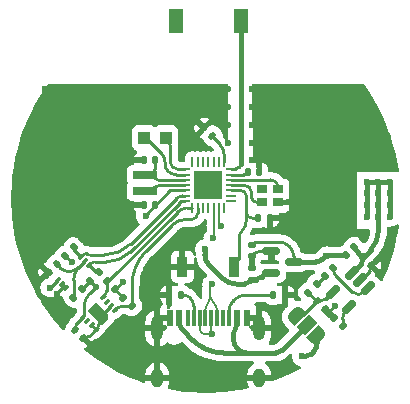
<source format=gbr>
%TF.GenerationSoftware,KiCad,Pcbnew,(6.0.4)*%
%TF.CreationDate,2023-03-17T17:22:40+08:00*%
%TF.ProjectId,ch573beacon,63683537-3362-4656-9163-6f6e2e6b6963,rev?*%
%TF.SameCoordinates,Original*%
%TF.FileFunction,Copper,L1,Top*%
%TF.FilePolarity,Positive*%
%FSLAX46Y46*%
G04 Gerber Fmt 4.6, Leading zero omitted, Abs format (unit mm)*
G04 Created by KiCad (PCBNEW (6.0.4)) date 2023-03-17 17:22:40*
%MOMM*%
%LPD*%
G01*
G04 APERTURE LIST*
G04 Aperture macros list*
%AMRoundRect*
0 Rectangle with rounded corners*
0 $1 Rounding radius*
0 $2 $3 $4 $5 $6 $7 $8 $9 X,Y pos of 4 corners*
0 Add a 4 corners polygon primitive as box body*
4,1,4,$2,$3,$4,$5,$6,$7,$8,$9,$2,$3,0*
0 Add four circle primitives for the rounded corners*
1,1,$1+$1,$2,$3*
1,1,$1+$1,$4,$5*
1,1,$1+$1,$6,$7*
1,1,$1+$1,$8,$9*
0 Add four rect primitives between the rounded corners*
20,1,$1+$1,$2,$3,$4,$5,0*
20,1,$1+$1,$4,$5,$6,$7,0*
20,1,$1+$1,$6,$7,$8,$9,0*
20,1,$1+$1,$8,$9,$2,$3,0*%
%AMRotRect*
0 Rectangle, with rotation*
0 The origin of the aperture is its center*
0 $1 length*
0 $2 width*
0 $3 Rotation angle, in degrees counterclockwise*
0 Add horizontal line*
21,1,$1,$2,0,0,$3*%
%AMFreePoly0*
4,1,22,0.550000,-0.750000,0.000000,-0.750000,0.000000,-0.745033,-0.079941,-0.743568,-0.215256,-0.701293,-0.333266,-0.622738,-0.424486,-0.514219,-0.481581,-0.384460,-0.499164,-0.250000,-0.500000,-0.250000,-0.500000,0.250000,-0.499164,0.250000,-0.499963,0.256109,-0.478152,0.396186,-0.417904,0.524511,-0.324060,0.630769,-0.204165,0.706417,-0.067858,0.745374,0.000000,0.744960,0.000000,0.750000,
0.550000,0.750000,0.550000,-0.750000,0.550000,-0.750000,$1*%
%AMFreePoly1*
4,1,20,0.000000,0.744960,0.073905,0.744508,0.209726,0.703889,0.328688,0.626782,0.421226,0.519385,0.479903,0.390333,0.500000,0.250000,0.500000,-0.250000,0.499851,-0.262216,0.476331,-0.402017,0.414519,-0.529596,0.319384,-0.634700,0.198574,-0.708877,0.061801,-0.746166,0.000000,-0.745033,0.000000,-0.750000,-0.550000,-0.750000,-0.550000,0.750000,0.000000,0.750000,0.000000,0.744960,
0.000000,0.744960,$1*%
%AMFreePoly2*
4,1,14,0.318306,0.106694,0.381694,0.043306,0.400000,-0.000888,0.400000,-0.062500,0.381694,-0.106694,0.337500,-0.125000,-0.337500,-0.125000,-0.381694,-0.106694,-0.400000,-0.062500,-0.400000,0.062500,-0.381694,0.106694,-0.337500,0.125000,0.274112,0.125000,0.318306,0.106694,0.318306,0.106694,$1*%
%AMFreePoly3*
4,1,14,0.381694,0.106694,0.400000,0.062500,0.400000,0.000888,0.381694,-0.043306,0.318306,-0.106694,0.274112,-0.125000,-0.337500,-0.125000,-0.381694,-0.106694,-0.400000,-0.062500,-0.400000,0.062500,-0.381694,0.106694,-0.337500,0.125000,0.337500,0.125000,0.381694,0.106694,0.381694,0.106694,$1*%
%AMFreePoly4*
4,1,14,0.106694,0.381694,0.125000,0.337500,0.125000,-0.337500,0.106694,-0.381694,0.062500,-0.400000,-0.062500,-0.400000,-0.106694,-0.381694,-0.125000,-0.337500,-0.125000,0.274112,-0.106694,0.318306,-0.043306,0.381694,0.000888,0.400000,0.062500,0.400000,0.106694,0.381694,0.106694,0.381694,$1*%
%AMFreePoly5*
4,1,14,0.043306,0.381694,0.106694,0.318306,0.125000,0.274112,0.125000,-0.337500,0.106694,-0.381694,0.062500,-0.400000,-0.062500,-0.400000,-0.106694,-0.381694,-0.125000,-0.337500,-0.125000,0.337500,-0.106694,0.381694,-0.062500,0.400000,-0.000888,0.400000,0.043306,0.381694,0.043306,0.381694,$1*%
%AMFreePoly6*
4,1,14,0.381694,0.106694,0.400000,0.062500,0.400000,-0.062500,0.381694,-0.106694,0.337500,-0.125000,-0.274112,-0.125000,-0.318306,-0.106694,-0.381694,-0.043306,-0.400000,0.000888,-0.400000,0.062500,-0.381694,0.106694,-0.337500,0.125000,0.337500,0.125000,0.381694,0.106694,0.381694,0.106694,$1*%
%AMFreePoly7*
4,1,14,0.381694,0.106694,0.400000,0.062500,0.400000,-0.062500,0.381694,-0.106694,0.337500,-0.125000,-0.337500,-0.125000,-0.381694,-0.106694,-0.400000,-0.062500,-0.400000,-0.000888,-0.381694,0.043306,-0.318306,0.106694,-0.274112,0.125000,0.337500,0.125000,0.381694,0.106694,0.381694,0.106694,$1*%
%AMFreePoly8*
4,1,14,0.106694,0.381694,0.125000,0.337500,0.125000,-0.274112,0.106694,-0.318306,0.043306,-0.381694,-0.000888,-0.400000,-0.062500,-0.400000,-0.106694,-0.381694,-0.125000,-0.337500,-0.125000,0.337500,-0.106694,0.381694,-0.062500,0.400000,0.062500,0.400000,0.106694,0.381694,0.106694,0.381694,$1*%
%AMFreePoly9*
4,1,14,0.106694,0.381694,0.125000,0.337500,0.125000,-0.337500,0.106694,-0.381694,0.062500,-0.400000,0.000888,-0.400000,-0.043306,-0.381694,-0.106694,-0.318306,-0.125000,-0.274112,-0.125000,0.337500,-0.106694,0.381694,-0.062500,0.400000,0.062500,0.400000,0.106694,0.381694,0.106694,0.381694,$1*%
%AMFreePoly10*
4,1,6,0.500000,-0.850000,-0.500000,-0.850000,-0.500000,0.550000,-0.200000,0.850000,0.500000,0.850000,0.500000,-0.850000,0.500000,-0.850000,$1*%
G04 Aperture macros list end*
%TA.AperFunction,SMDPad,CuDef*%
%ADD10RoundRect,0.147500X0.017678X-0.226274X0.226274X-0.017678X-0.017678X0.226274X-0.226274X0.017678X0*%
%TD*%
%TA.AperFunction,SMDPad,CuDef*%
%ADD11FreePoly0,135.000000*%
%TD*%
%TA.AperFunction,SMDPad,CuDef*%
%ADD12RotRect,1.000000X1.500000X135.000000*%
%TD*%
%TA.AperFunction,SMDPad,CuDef*%
%ADD13FreePoly1,135.000000*%
%TD*%
%TA.AperFunction,ComponentPad*%
%ADD14O,1.000000X2.100000*%
%TD*%
%TA.AperFunction,ComponentPad*%
%ADD15O,1.000000X1.600000*%
%TD*%
%TA.AperFunction,SMDPad,CuDef*%
%ADD16R,0.600000X1.450000*%
%TD*%
%TA.AperFunction,SMDPad,CuDef*%
%ADD17R,0.300000X1.450000*%
%TD*%
%TA.AperFunction,SMDPad,CuDef*%
%ADD18R,1.200000X2.000000*%
%TD*%
%TA.AperFunction,SMDPad,CuDef*%
%ADD19RotRect,0.550000X0.250000X45.000000*%
%TD*%
%TA.AperFunction,SMDPad,CuDef*%
%ADD20RoundRect,0.135000X-0.035355X0.226274X-0.226274X0.035355X0.035355X-0.226274X0.226274X-0.035355X0*%
%TD*%
%TA.AperFunction,SMDPad,CuDef*%
%ADD21RoundRect,0.135000X0.035355X-0.226274X0.226274X-0.035355X-0.035355X0.226274X-0.226274X0.035355X0*%
%TD*%
%TA.AperFunction,SMDPad,CuDef*%
%ADD22R,0.900000X0.800000*%
%TD*%
%TA.AperFunction,SMDPad,CuDef*%
%ADD23R,1.050000X1.100000*%
%TD*%
%TA.AperFunction,SMDPad,CuDef*%
%ADD24RoundRect,0.140000X-0.170000X0.140000X-0.170000X-0.140000X0.170000X-0.140000X0.170000X0.140000X0*%
%TD*%
%TA.AperFunction,SMDPad,CuDef*%
%ADD25RoundRect,0.135000X0.135000X0.185000X-0.135000X0.185000X-0.135000X-0.185000X0.135000X-0.185000X0*%
%TD*%
%TA.AperFunction,SMDPad,CuDef*%
%ADD26RoundRect,0.140000X-0.219203X-0.021213X-0.021213X-0.219203X0.219203X0.021213X0.021213X0.219203X0*%
%TD*%
%TA.AperFunction,SMDPad,CuDef*%
%ADD27RoundRect,0.147500X-0.017678X0.226274X-0.226274X0.017678X0.017678X-0.226274X0.226274X-0.017678X0*%
%TD*%
%TA.AperFunction,SMDPad,CuDef*%
%ADD28RoundRect,0.140000X0.140000X0.170000X-0.140000X0.170000X-0.140000X-0.170000X0.140000X-0.170000X0*%
%TD*%
%TA.AperFunction,SMDPad,CuDef*%
%ADD29RoundRect,0.135000X0.226274X0.035355X0.035355X0.226274X-0.226274X-0.035355X-0.035355X-0.226274X0*%
%TD*%
%TA.AperFunction,SMDPad,CuDef*%
%ADD30R,2.000000X0.650000*%
%TD*%
%TA.AperFunction,SMDPad,CuDef*%
%ADD31FreePoly2,0.000000*%
%TD*%
%TA.AperFunction,SMDPad,CuDef*%
%ADD32RoundRect,0.062500X-0.337500X-0.062500X0.337500X-0.062500X0.337500X0.062500X-0.337500X0.062500X0*%
%TD*%
%TA.AperFunction,SMDPad,CuDef*%
%ADD33FreePoly3,0.000000*%
%TD*%
%TA.AperFunction,SMDPad,CuDef*%
%ADD34FreePoly4,0.000000*%
%TD*%
%TA.AperFunction,SMDPad,CuDef*%
%ADD35RoundRect,0.062500X-0.062500X-0.337500X0.062500X-0.337500X0.062500X0.337500X-0.062500X0.337500X0*%
%TD*%
%TA.AperFunction,SMDPad,CuDef*%
%ADD36FreePoly5,0.000000*%
%TD*%
%TA.AperFunction,SMDPad,CuDef*%
%ADD37FreePoly6,0.000000*%
%TD*%
%TA.AperFunction,SMDPad,CuDef*%
%ADD38FreePoly7,0.000000*%
%TD*%
%TA.AperFunction,SMDPad,CuDef*%
%ADD39FreePoly8,0.000000*%
%TD*%
%TA.AperFunction,SMDPad,CuDef*%
%ADD40FreePoly9,0.000000*%
%TD*%
%TA.AperFunction,SMDPad,CuDef*%
%ADD41R,2.400000X2.400000*%
%TD*%
%TA.AperFunction,SMDPad,CuDef*%
%ADD42RoundRect,0.150000X-0.587500X-0.150000X0.587500X-0.150000X0.587500X0.150000X-0.587500X0.150000X0*%
%TD*%
%TA.AperFunction,SMDPad,CuDef*%
%ADD43RoundRect,0.140000X0.170000X-0.140000X0.170000X0.140000X-0.170000X0.140000X-0.170000X-0.140000X0*%
%TD*%
%TA.AperFunction,SMDPad,CuDef*%
%ADD44FreePoly10,225.000000*%
%TD*%
%TA.AperFunction,SMDPad,CuDef*%
%ADD45RotRect,0.550000X0.250000X225.000000*%
%TD*%
%TA.AperFunction,SMDPad,CuDef*%
%ADD46RoundRect,0.140000X-0.021213X0.219203X-0.219203X0.021213X0.021213X-0.219203X0.219203X-0.021213X0*%
%TD*%
%TA.AperFunction,SMDPad,CuDef*%
%ADD47RoundRect,0.140000X-0.140000X-0.170000X0.140000X-0.170000X0.140000X0.170000X-0.140000X0.170000X0*%
%TD*%
%TA.AperFunction,SMDPad,CuDef*%
%ADD48R,0.900000X1.700000*%
%TD*%
%TA.AperFunction,SMDPad,CuDef*%
%ADD49RoundRect,0.135000X-0.226274X-0.035355X-0.035355X-0.226274X0.226274X0.035355X0.035355X0.226274X0*%
%TD*%
%TA.AperFunction,SMDPad,CuDef*%
%ADD50RoundRect,0.150000X0.256326X0.468458X-0.468458X-0.256326X-0.256326X-0.468458X0.468458X0.256326X0*%
%TD*%
%TA.AperFunction,SMDPad,CuDef*%
%ADD51RoundRect,0.135000X-0.135000X-0.185000X0.135000X-0.185000X0.135000X0.185000X-0.135000X0.185000X0*%
%TD*%
%TA.AperFunction,ViaPad*%
%ADD52C,0.600000*%
%TD*%
%TA.AperFunction,Conductor*%
%ADD53C,0.250000*%
%TD*%
%TA.AperFunction,Conductor*%
%ADD54C,0.400000*%
%TD*%
%TA.AperFunction,Conductor*%
%ADD55C,0.200000*%
%TD*%
G04 APERTURE END LIST*
D10*
%TO.P,D1,1,K*%
%TO.N,DIRECT*%
X132457053Y-131042947D03*
%TO.P,D1,2,A*%
%TO.N,BAT*%
X133142947Y-130357053D03*
%TD*%
D11*
%TO.P,JP1,1,A*%
%TO.N,DIRECT*%
X130035106Y-137899309D03*
D12*
%TO.P,JP1,2,C*%
%TO.N,+5V*%
X129115867Y-136980070D03*
D13*
%TO.P,JP1,3,B*%
%TO.N,CHARG*%
X128196628Y-136060831D03*
%TD*%
D14*
%TO.P,J1,S1,SHIELD*%
%TO.N,GND*%
X116480000Y-137230000D03*
D15*
X125120000Y-141410000D03*
D14*
X125120000Y-137230000D03*
D15*
X116480000Y-141410000D03*
D16*
%TO.P,J1,B12,GND*%
X117550000Y-136315000D03*
%TO.P,J1,B9,VBUS*%
%TO.N,+5V*%
X118350000Y-136315000D03*
D17*
%TO.P,J1,B8,SBU2*%
%TO.N,unconnected-(J1-PadB8)*%
X119050000Y-136315000D03*
%TO.P,J1,B7,D-*%
%TO.N,D-*%
X120050000Y-136315000D03*
%TO.P,J1,B6,D+*%
%TO.N,D+*%
X121550000Y-136315000D03*
%TO.P,J1,B5,CC2*%
%TO.N,CC2*%
X122550000Y-136315000D03*
D16*
%TO.P,J1,B4,VBUS*%
%TO.N,+5V*%
X123250000Y-136315000D03*
%TO.P,J1,B1,GND*%
%TO.N,GND*%
X124050000Y-136315000D03*
%TO.P,J1,A12,GND*%
X124050000Y-136315000D03*
%TO.P,J1,A9,VBUS*%
%TO.N,+5V*%
X123250000Y-136315000D03*
D17*
%TO.P,J1,A8,SBU1*%
%TO.N,unconnected-(J1-PadA8)*%
X122050000Y-136315000D03*
%TO.P,J1,A7,D-*%
%TO.N,D-*%
X121050000Y-136315000D03*
%TO.P,J1,A6,D+*%
%TO.N,D+*%
X120550000Y-136315000D03*
%TO.P,J1,A5,CC1*%
%TO.N,CC1*%
X119550000Y-136315000D03*
D16*
%TO.P,J1,A4,VBUS*%
%TO.N,+5V*%
X118350000Y-136315000D03*
%TO.P,J1,A1,GND*%
%TO.N,GND*%
X117550000Y-136315000D03*
%TD*%
D18*
%TO.P,AE1,1,FEED*%
%TO.N,unconnected-(AE1-Pad1)*%
X118050000Y-111200000D03*
%TO.P,AE1,2,PCB_Trace*%
%TO.N,Net-(AE1-Pad2)*%
X123550000Y-111200000D03*
%TD*%
D19*
%TO.P,U1,6,SCL*%
%TO.N,SCL_BH*%
X109996409Y-131158900D03*
%TO.P,U1,5,DVI*%
%TO.N,Net-(C5-Pad1)*%
X110349963Y-131512453D03*
%TO.P,U1,4,SDA*%
%TO.N,SDA_BH*%
X110703516Y-131866007D03*
%TO.P,U1,3,GND*%
%TO.N,GND*%
X108758973Y-133810550D03*
%TO.P,U1,2,ADDR*%
X108405419Y-133456997D03*
%TO.P,U1,1,VCC*%
%TO.N,VCC*%
X108051866Y-133103443D03*
%TD*%
D20*
%TO.P,R3,2*%
%TO.N,Net-(C5-Pad1)*%
X109378752Y-134621248D03*
%TO.P,R3,1*%
%TO.N,VCC*%
X110100000Y-133900000D03*
%TD*%
D21*
%TO.P,R2,2*%
%TO.N,SDA_BH*%
X111507142Y-132492857D03*
%TO.P,R2,1*%
%TO.N,VCC*%
X110785894Y-133214105D03*
%TD*%
D22*
%TO.P,Y2,1,1*%
%TO.N,Net-(U3-Pad18)*%
X125300000Y-126550000D03*
%TO.P,Y2,2,2*%
%TO.N,GND*%
X126700000Y-126550000D03*
%TO.P,Y2,3,3*%
%TO.N,Net-(U3-Pad19)*%
X126700000Y-125450000D03*
%TO.P,Y2,4,4*%
%TO.N,GND*%
X125300000Y-125450000D03*
%TD*%
D23*
%TO.P,Y1,1,1*%
%TO.N,Net-(U3-Pad1)*%
X117205000Y-121090000D03*
%TO.P,Y1,2,2*%
%TO.N,Net-(U3-Pad2)*%
X115355000Y-121090000D03*
%TD*%
D24*
%TO.P,C3,2*%
%TO.N,GND*%
X124477500Y-131090000D03*
%TO.P,C3,1*%
%TO.N,DIRECT*%
X124477500Y-130130000D03*
%TD*%
D25*
%TO.P,R6,1*%
%TO.N,CC1*%
X118510000Y-134400000D03*
%TO.P,R6,2*%
%TO.N,GND*%
X117490000Y-134400000D03*
%TD*%
D26*
%TO.P,C6,1*%
%TO.N,GND*%
X120460589Y-120260589D03*
%TO.P,C6,2*%
%TO.N,Net-(C6-Pad2)*%
X121139411Y-120939411D03*
%TD*%
D27*
%TO.P,D2,2,A*%
%TO.N,Net-(D2-Pad2)*%
X130685993Y-132763397D03*
%TO.P,D2,1,K*%
%TO.N,Net-(D2-Pad1)*%
X131371887Y-132077503D03*
%TD*%
D28*
%TO.P,C10,1*%
%TO.N,GND*%
X125980000Y-127900000D03*
%TO.P,C10,2*%
%TO.N,BOOT*%
X125020000Y-127900000D03*
%TD*%
D29*
%TO.P,R5,2*%
%TO.N,SCL_SHT*%
X112199075Y-133204674D03*
%TO.P,R5,1*%
%TO.N,VCC*%
X112920323Y-133925922D03*
%TD*%
D30*
%TO.P,L1,1,1*%
%TO.N,Net-(C1-Pad2)*%
X115400000Y-124225000D03*
%TO.P,L1,2,2*%
%TO.N,Net-(L1-Pad2)*%
X115400000Y-125575000D03*
%TD*%
D26*
%TO.P,C11,2*%
%TO.N,GND*%
X134578822Y-131878822D03*
%TO.P,C11,1*%
%TO.N,BAT*%
X133900000Y-131200000D03*
%TD*%
D31*
%TO.P,U3,1,PA11*%
%TO.N,Net-(U3-Pad1)*%
X118850000Y-123750000D03*
D32*
%TO.P,U3,2,PA10*%
%TO.N,Net-(U3-Pad2)*%
X118850000Y-124200000D03*
%TO.P,U3,3,VDCID*%
%TO.N,Net-(C1-Pad2)*%
X118850000Y-124650000D03*
%TO.P,U3,4,VSW*%
%TO.N,Net-(L1-Pad2)*%
X118850000Y-125100000D03*
%TO.P,U3,5,VIO33*%
%TO.N,VCC*%
X118850000Y-125550000D03*
%TO.P,U3,6,PA8*%
%TO.N,SCL_BH*%
X118850000Y-126000000D03*
D33*
%TO.P,U3,7,PA9*%
%TO.N,SDA_BH*%
X118850000Y-126450000D03*
D34*
%TO.P,U3,8,PB15*%
%TO.N,SCL_SHT*%
X119450000Y-127050000D03*
D35*
%TO.P,U3,9,PB14*%
%TO.N,SDA_SHT*%
X119900000Y-127050000D03*
%TO.P,U3,10,PB13*%
%TO.N,unconnected-(U3-Pad10)*%
X120350000Y-127050000D03*
%TO.P,U3,11,PB12*%
%TO.N,unconnected-(U3-Pad11)*%
X120800000Y-127050000D03*
%TO.P,U3,12,PB11*%
%TO.N,D+*%
X121250000Y-127050000D03*
%TO.P,U3,13,PB10*%
%TO.N,D-*%
X121700000Y-127050000D03*
D36*
%TO.P,U3,14,PB7*%
%TO.N,unconnected-(U3-Pad14)*%
X122150000Y-127050000D03*
D37*
%TO.P,U3,15,PB4*%
%TO.N,unconnected-(U3-Pad15)*%
X122750000Y-126450000D03*
D32*
%TO.P,U3,16,PB23*%
%TO.N,unconnected-(U3-Pad16)*%
X122750000Y-126000000D03*
%TO.P,U3,17,PB22*%
%TO.N,BOOT*%
X122750000Y-125550000D03*
%TO.P,U3,18,X32MO*%
%TO.N,Net-(U3-Pad18)*%
X122750000Y-125100000D03*
%TO.P,U3,19,X32MI*%
%TO.N,Net-(U3-Pad19)*%
X122750000Y-124650000D03*
%TO.P,U3,20,VINTA*%
%TO.N,Net-(C7-Pad2)*%
X122750000Y-124200000D03*
D38*
%TO.P,U3,21,ANT*%
%TO.N,Net-(AE1-Pad2)*%
X122750000Y-123750000D03*
D39*
%TO.P,U3,22,VDCIA*%
%TO.N,Net-(C6-Pad2)*%
X122150000Y-123150000D03*
D35*
%TO.P,U3,23,PA4*%
%TO.N,unconnected-(U3-Pad23)*%
X121700000Y-123150000D03*
%TO.P,U3,24,PA5*%
%TO.N,unconnected-(U3-Pad24)*%
X121250000Y-123150000D03*
%TO.P,U3,25,PA15*%
%TO.N,unconnected-(U3-Pad25)*%
X120800000Y-123150000D03*
%TO.P,U3,26,PA14*%
%TO.N,unconnected-(U3-Pad26)*%
X120350000Y-123150000D03*
%TO.P,U3,27,PA13*%
%TO.N,unconnected-(U3-Pad27)*%
X119900000Y-123150000D03*
D40*
%TO.P,U3,28,PA12*%
%TO.N,unconnected-(U3-Pad28)*%
X119450000Y-123150000D03*
D41*
%TO.P,U3,29,GND*%
%TO.N,GND*%
X120800000Y-125100000D03*
%TD*%
D42*
%TO.P,U2,3,VIN*%
%TO.N,DIRECT*%
X128015000Y-131610000D03*
%TO.P,U2,2,VOUT*%
%TO.N,VCC*%
X126140000Y-132560000D03*
%TO.P,U2,1,VSS*%
%TO.N,GND*%
X126140000Y-130660000D03*
%TD*%
D29*
%TO.P,R8,2*%
%TO.N,GND*%
X131439376Y-136339376D03*
%TO.P,R8,1*%
%TO.N,Net-(R8-Pad1)*%
X132160624Y-137060624D03*
%TD*%
D28*
%TO.P,C7,1*%
%TO.N,GND*%
X125080000Y-124000000D03*
%TO.P,C7,2*%
%TO.N,Net-(C7-Pad2)*%
X124120000Y-124000000D03*
%TD*%
D43*
%TO.P,C4,2*%
%TO.N,GND*%
X124477500Y-132130000D03*
%TO.P,C4,1*%
%TO.N,VCC*%
X124477500Y-133090000D03*
%TD*%
D44*
%TO.P,U4,9,VSS*%
%TO.N,GND*%
X111569749Y-135969461D03*
D45*
%TO.P,U4,8,VSS*%
X111269229Y-137330642D03*
%TO.P,U4,7,R*%
X110915675Y-136977088D03*
%TO.P,U4,6,~{RESET}*%
%TO.N,unconnected-(U4-Pad6)*%
X110562122Y-136623535D03*
%TO.P,U4,5,VDD*%
%TO.N,VCC*%
X110208568Y-136269981D03*
D19*
%TO.P,U4,4,SCL*%
%TO.N,SCL_SHT*%
X111870269Y-134608280D03*
D45*
%TO.P,U4,3,ALERT*%
%TO.N,unconnected-(U4-Pad3)*%
X112223823Y-134961834D03*
%TO.P,U4,2,ADDR*%
%TO.N,GND*%
X112577376Y-135315387D03*
%TO.P,U4,1,SDA*%
%TO.N,SDA_SHT*%
X112930930Y-135668941D03*
%TD*%
D21*
%TO.P,R9,2*%
%TO.N,Net-(D2-Pad2)*%
X129975350Y-133474040D03*
%TO.P,R9,1*%
%TO.N,CHARG*%
X129254102Y-134195288D03*
%TD*%
D46*
%TO.P,C5,2*%
%TO.N,GND*%
X107278644Y-132478714D03*
%TO.P,C5,1*%
%TO.N,Net-(C5-Pad1)*%
X107957466Y-131799892D03*
%TD*%
D21*
%TO.P,R1,2*%
%TO.N,SCL_BH*%
X109392893Y-130364466D03*
%TO.P,R1,1*%
%TO.N,VCC*%
X108671645Y-131085714D03*
%TD*%
D47*
%TO.P,C2,1*%
%TO.N,GND*%
X115320000Y-126800000D03*
%TO.P,C2,2*%
%TO.N,VCC*%
X116280000Y-126800000D03*
%TD*%
D48*
%TO.P,SW1,1,1*%
%TO.N,BOOT*%
X123000000Y-132000000D03*
%TO.P,SW1,2,2*%
%TO.N,GND*%
X118600000Y-132000000D03*
%TD*%
D47*
%TO.P,C1,1*%
%TO.N,GND*%
X115320000Y-123000000D03*
%TO.P,C1,2*%
%TO.N,Net-(C1-Pad2)*%
X116280000Y-123000000D03*
%TD*%
D49*
%TO.P,R4,2*%
%TO.N,SDA_SHT*%
X114334536Y-135340136D03*
%TO.P,R4,1*%
%TO.N,VCC*%
X113613288Y-134618888D03*
%TD*%
D26*
%TO.P,C8,2*%
%TO.N,GND*%
X110212104Y-138005928D03*
%TO.P,C8,1*%
%TO.N,VCC*%
X109533282Y-137327106D03*
%TD*%
%TO.P,C9,2*%
%TO.N,GND*%
X130668315Y-135595360D03*
%TO.P,C9,1*%
%TO.N,CHARG*%
X129989493Y-134916538D03*
%TD*%
D50*
%TO.P,U5,5,PROG*%
%TO.N,Net-(R8-Pad1)*%
X132734835Y-135452170D03*
%TO.P,U5,4,VDD*%
%TO.N,CHARG*%
X131391333Y-134108668D03*
%TO.P,U5,3,VBAT*%
%TO.N,BAT*%
X133000001Y-132500000D03*
%TO.P,U5,2,GND*%
%TO.N,GND*%
X133671752Y-133171751D03*
%TO.P,U5,1,STAT*%
%TO.N,Net-(D2-Pad1)*%
X134343503Y-133843502D03*
%TD*%
D51*
%TO.P,R7,1*%
%TO.N,CC2*%
X126290000Y-134400000D03*
%TO.P,R7,2*%
%TO.N,GND*%
X127310000Y-134400000D03*
%TD*%
D52*
%TO.N,BAT*%
X134200000Y-124800000D03*
X136200000Y-126800000D03*
X134200000Y-125800000D03*
X134200000Y-127800000D03*
X135200000Y-126800000D03*
X135200000Y-127800000D03*
X135200000Y-125800000D03*
X136200000Y-127800000D03*
X134200000Y-126800000D03*
X136200000Y-125800000D03*
X135200000Y-124800000D03*
X136200000Y-124800000D03*
%TO.N,GND*%
X104800000Y-127800000D03*
X105800000Y-127800000D03*
X106800000Y-127800000D03*
X106800000Y-126800000D03*
X105800000Y-126800000D03*
X104800000Y-126800000D03*
X104800000Y-125800000D03*
X105800000Y-125800000D03*
X106800000Y-125800000D03*
X106800000Y-124800000D03*
X105800000Y-124800000D03*
X104800000Y-124800000D03*
X106700000Y-118500000D03*
X109400000Y-118500000D03*
X111700000Y-118500000D03*
X114500000Y-118500000D03*
X117100000Y-118500000D03*
X119500000Y-118500000D03*
X133000000Y-118700000D03*
X130000000Y-118600000D03*
X127000000Y-118500000D03*
X135200000Y-132600000D03*
X126200000Y-131400000D03*
X121600000Y-125800000D03*
X120800000Y-125800000D03*
X120000000Y-125800000D03*
X120000000Y-125000000D03*
X120800000Y-125000000D03*
X121600000Y-125000000D03*
X121600000Y-124200000D03*
X120800000Y-124200000D03*
X120000000Y-124200000D03*
%TO.N,VCC*%
X113530000Y-133340000D03*
X111300000Y-133700000D03*
X115500000Y-127700000D03*
X120500000Y-130500000D03*
%TO.N,DIRECT*%
X130800000Y-131100000D03*
X128700000Y-139600000D03*
%TO.N,GND*%
X120600000Y-117000000D03*
X122500000Y-121500000D03*
X122500000Y-120000000D03*
X122500000Y-118500000D03*
X124500000Y-123000000D03*
X124500000Y-121500000D03*
X124500000Y-120000000D03*
X124500000Y-118500000D03*
X131500000Y-135320000D03*
X133000000Y-117000000D03*
X130000000Y-117000000D03*
X127000000Y-117000000D03*
X124500000Y-117000000D03*
X122500000Y-117000000D03*
X118500000Y-117000000D03*
X116000000Y-117000000D03*
X113500000Y-117000000D03*
X111000000Y-117000000D03*
X109000000Y-117000000D03*
X107000000Y-117000000D03*
%TO.N,D-*%
X121100000Y-137700000D03*
%TO.N,D+*%
X121100500Y-133500000D03*
X121200500Y-129600000D03*
%TO.N,D-*%
X121849488Y-128519520D03*
%TO.N,GND*%
X107971257Y-134330983D03*
X125300000Y-125450000D03*
%TO.N,VCC*%
X109244401Y-131644329D03*
X107385658Y-133786669D03*
%TD*%
D53*
%TO.N,VCC*%
X117550000Y-125550000D02*
X118850000Y-125550000D01*
X115500000Y-127600000D02*
X117550000Y-125550000D01*
X115500000Y-127700000D02*
X115500000Y-127600000D01*
X116280000Y-126806930D02*
X116280000Y-126800000D01*
%TO.N,DIRECT*%
X126756008Y-129909997D02*
G75*
G02*
X127646250Y-130278750I-8J-1259003D01*
G01*
D54*
X129000000Y-139599988D02*
G75*
G03*
X129512131Y-139387867I0J724288D01*
G01*
X130828538Y-131071485D02*
G75*
G02*
X130897395Y-131042947I68862J-68815D01*
G01*
D53*
X124587511Y-130020011D02*
G75*
G02*
X124853063Y-129910000I265589J-265589D01*
G01*
D54*
X129693728Y-139206287D02*
G75*
G03*
X130035106Y-138382101I-824228J824187D01*
G01*
D53*
X128015047Y-131128750D02*
G75*
G03*
X127674704Y-130307204I-1161847J-50D01*
G01*
D54*
X129829375Y-131609988D02*
G75*
G03*
X130444999Y-131354999I25J870588D01*
G01*
X130664647Y-131135358D02*
G75*
G02*
X130750000Y-131100000I85353J-85342D01*
G01*
D53*
%TO.N,CHARG*%
X129985958Y-134916566D02*
G75*
G02*
X129986992Y-134919036I42J-1434D01*
G01*
X129986973Y-134919017D02*
G75*
G02*
X129993028Y-134916537I6027J-6083D01*
G01*
X129985957Y-134916537D02*
X129993028Y-134916537D01*
X130010706Y-134916537D02*
X129996564Y-134916537D01*
%TO.N,Net-(AE1-Pad2)*%
X123508319Y-123491646D02*
G75*
G03*
X123584520Y-123307740I-183919J183946D01*
G01*
X123012639Y-123750507D02*
G75*
G03*
X123417019Y-123582979I-39J571907D01*
G01*
X122750258Y-123750198D02*
G75*
G02*
X122750339Y-123750000I42J98D01*
G01*
X122750819Y-123750477D02*
G75*
G02*
X122750241Y-123750239I-19J777D01*
G01*
D54*
X123584520Y-123092260D02*
X123584520Y-123307740D01*
D53*
%TO.N,SCL_SHT*%
X112282918Y-133204669D02*
G75*
G03*
X112426048Y-133145387I-18J202469D01*
G01*
X112034678Y-134443884D02*
G75*
G03*
X112199074Y-134046976I-396878J396884D01*
G01*
X118193126Y-127378283D02*
G75*
G02*
X118985718Y-127050000I792574J-792617D01*
G01*
%TO.N,SDA_SHT*%
X113095323Y-135504529D02*
G75*
G02*
X113492233Y-135340136I396877J-396871D01*
G01*
X114334519Y-133606377D02*
G75*
G02*
X115560488Y-130646665I4185681J-23D01*
G01*
X117714723Y-128492460D02*
G75*
G02*
X118903577Y-128000000I1188877J-1188840D01*
G01*
X119387867Y-127999986D02*
G75*
G03*
X119749999Y-127849999I33J512086D01*
G01*
X119750009Y-127850009D02*
G75*
G03*
X119900000Y-127487867I-362109J362109D01*
G01*
%TO.N,Net-(C6-Pad2)*%
X121168835Y-121052006D02*
G75*
G02*
X121139411Y-120981007I70965J71006D01*
G01*
X122150004Y-122591596D02*
G75*
G03*
X121755149Y-121638342I-1348104J-4D01*
G01*
%TO.N,Net-(C5-Pad1)*%
X110348852Y-131516670D02*
G75*
G03*
X110349963Y-131514013I-2652J2670D01*
G01*
%TO.N,Net-(C1-Pad2)*%
X115759332Y-124225013D02*
G75*
G03*
X116127500Y-124072500I-32J520713D01*
G01*
X116127491Y-124072491D02*
G75*
G03*
X116280000Y-123704332I-368191J368191D01*
G01*
X116577036Y-124649984D02*
G75*
G02*
X116018751Y-124418749I-36J789484D01*
G01*
%TO.N,Net-(U3-Pad18)*%
X124449556Y-125696667D02*
G75*
G03*
X124274760Y-125274760I-596656J-33D01*
G01*
X123852852Y-125100044D02*
G75*
G02*
X124274760Y-125274760I48J-596656D01*
G01*
X124876296Y-126549995D02*
G75*
G02*
X124574520Y-126425000I4J426795D01*
G01*
X124574531Y-126424989D02*
G75*
G02*
X124449520Y-126123223I301769J301789D01*
G01*
%TO.N,Net-(U3-Pad2)*%
X115442500Y-121089988D02*
G75*
G02*
X115591870Y-121151872I0J-211212D01*
G01*
X118031231Y-124199987D02*
G75*
G02*
X117397500Y-123937500I-31J896187D01*
G01*
X117134989Y-123185000D02*
G75*
G03*
X116788517Y-122348517I-1182989J0D01*
G01*
X117397491Y-123937509D02*
G75*
G02*
X117135000Y-123303768I633709J633709D01*
G01*
%TO.N,Net-(U3-Pad1)*%
X118191362Y-123750039D02*
G75*
G02*
X117762260Y-123572260I38J606839D01*
G01*
X117762231Y-123572289D02*
G75*
G02*
X117584520Y-123143157I429169J429089D01*
G01*
X117584521Y-121737881D02*
G75*
G03*
X117394759Y-121279761I-647921J-19D01*
G01*
D54*
%TO.N,VCC*%
X124272496Y-133294996D02*
G75*
G02*
X124767413Y-133090000I494904J-494904D01*
G01*
D53*
X109533305Y-137136912D02*
G75*
G02*
X109667770Y-136812231I459195J12D01*
G01*
D54*
X120853554Y-131853552D02*
G75*
G02*
X120500000Y-131000000I853546J853552D01*
G01*
X123777586Y-133499994D02*
G75*
G03*
X124272500Y-133295000I14J699894D01*
G01*
D53*
X107386009Y-133786669D02*
G75*
G03*
X107386609Y-133786420I-9J869D01*
G01*
D54*
X124793750Y-133090033D02*
G75*
G03*
X125333622Y-132866377I-50J763533D01*
G01*
D53*
X113497830Y-133348382D02*
G75*
G02*
X113518122Y-133340000I20270J-20318D01*
G01*
D54*
X123283750Y-133500047D02*
G75*
G02*
X121945805Y-132945805I50J1892147D01*
G01*
D53*
X110270009Y-135458319D02*
G75*
G02*
X110785001Y-134215001I1758291J19D01*
G01*
X125463235Y-132736788D02*
G75*
G02*
X125890000Y-132560000I426765J-426712D01*
G01*
X108049008Y-133123977D02*
G75*
G03*
X108051504Y-133118027I-5908J5977D01*
G01*
X111285894Y-133699990D02*
G75*
G02*
X111261814Y-133690025I6J34090D01*
G01*
%TO.N,Net-(R8-Pad1)*%
X132160641Y-136432409D02*
G75*
G02*
X132447729Y-135739275I980259J9D01*
G01*
%TO.N,SDA_BH*%
X110708841Y-131871456D02*
G75*
G02*
X110711135Y-131866007I2259J2256D01*
G01*
X112160240Y-131600014D02*
G75*
G03*
X114166906Y-130768811I-40J2837914D01*
G01*
X118356951Y-126578820D02*
G75*
G02*
X118667859Y-126450000I310949J-310880D01*
G01*
X110711135Y-131866027D02*
G75*
G03*
X110724141Y-131860618I-35J18427D01*
G01*
X110851780Y-131733025D02*
G75*
G02*
X111172857Y-131600000I321120J-321075D01*
G01*
%TO.N,SCL_BH*%
X110752471Y-131000026D02*
G75*
G02*
X110637905Y-130952545I29J162026D01*
G01*
X110129909Y-131025359D02*
G75*
G02*
X110420334Y-130905090I290391J-290441D01*
G01*
X118105547Y-126194456D02*
G75*
G02*
X118575000Y-126000000I469453J-469444D01*
G01*
X111992680Y-130999970D02*
G75*
G03*
X114224414Y-130075585I20J3156170D01*
G01*
X110123313Y-131031994D02*
G75*
G02*
X109869505Y-131031994I-126904J126907D01*
G01*
X110523338Y-130905060D02*
G75*
G02*
X110637905Y-130952545I-38J-162040D01*
G01*
D54*
%TO.N,BAT*%
X134550011Y-130550011D02*
G75*
G03*
X135200000Y-128980761I-1569211J1569211D01*
G01*
X133173321Y-130473309D02*
G75*
G02*
X133142947Y-130400000I73279J73309D01*
G01*
X133758569Y-131058587D02*
G75*
G02*
X133900000Y-131400000I-341369J-341413D01*
G01*
X133899987Y-131400000D02*
G75*
G02*
X134041421Y-131058578I482813J0D01*
G01*
X134041420Y-131058577D02*
G75*
G02*
X133758578Y-131058578I-141421J141423D01*
G01*
X133758590Y-131741434D02*
G75*
G03*
X133900000Y-131400000I-341490J341434D01*
G01*
%TO.N,+5V*%
X125752031Y-139300000D02*
G75*
G02*
X125752031Y-139300000I0J0D01*
G01*
X118629203Y-137383832D02*
G75*
G02*
X118350000Y-136709830I673997J674032D01*
G01*
X123082738Y-137271920D02*
G75*
G03*
X123250000Y-136868118I-403838J403820D01*
G01*
X122097678Y-139300009D02*
G75*
G02*
X119447669Y-138202330I22J3747709D01*
G01*
X122915483Y-137675724D02*
G75*
G02*
X123082739Y-137271921I571017J24D01*
G01*
X126447968Y-139299968D02*
G75*
G03*
X127041987Y-139053949I32J840068D01*
G01*
X123257720Y-138957758D02*
G75*
G02*
X122915479Y-138131449I826280J826258D01*
G01*
X124084029Y-139299964D02*
G75*
G02*
X123257739Y-138957739I-29J1168564D01*
G01*
X125752031Y-139300000D02*
X126447968Y-139300000D01*
X126447968Y-139300000D02*
X125752031Y-139300000D01*
D55*
%TO.N,D-*%
X120175007Y-137574993D02*
G75*
G02*
X120050000Y-137273223I301793J301793D01*
G01*
X120476776Y-137700009D02*
G75*
G02*
X120175000Y-137575000I24J426809D01*
G01*
X121075013Y-137674987D02*
G75*
G02*
X121050000Y-137614644I60387J60387D01*
G01*
X121774756Y-128444764D02*
G75*
G02*
X121700000Y-128264328I180444J180464D01*
G01*
%TO.N,D+*%
X121250000Y-128043922D02*
G75*
G03*
X121250000Y-128043913I-1194991824J4D01*
G01*
X120725007Y-135165985D02*
G75*
G03*
X120900000Y-134743490I-422507J422485D01*
G01*
X120914692Y-133817207D02*
G75*
G02*
X121007592Y-133592908I317208J7D01*
G01*
X121249988Y-128540588D02*
G75*
G03*
X121249988Y-128540579I-1194991812J4D01*
G01*
X120899990Y-133842274D02*
G75*
G02*
X121000250Y-133600250I342310J-26D01*
G01*
X121232362Y-135023300D02*
G75*
G02*
X120914684Y-134256425I766838J766900D01*
G01*
X120549980Y-135588465D02*
G75*
G02*
X120725001Y-135165979I597520J-35D01*
G01*
X121549975Y-135790214D02*
G75*
G03*
X121232341Y-135023321I-1084575J14D01*
G01*
X121249994Y-128043921D02*
G75*
G03*
X121250000Y-128043922I6J21D01*
G01*
X121225251Y-129575251D02*
G75*
G03*
X121250000Y-129515498I-59751J59751D01*
G01*
X121250000Y-128540616D02*
G75*
G02*
X121249989Y-128540589I0J16D01*
G01*
D53*
%TO.N,Net-(L1-Pad2)*%
X116120195Y-125329814D02*
G75*
G02*
X116675000Y-125100000I554805J-554786D01*
G01*
%TO.N,CC2*%
X122550009Y-135782500D02*
G75*
G02*
X122926534Y-134873465I1285591J0D01*
G01*
X122974988Y-134824988D02*
G75*
G02*
X124001040Y-134400000I1026012J-1026012D01*
G01*
%TO.N,CC1*%
X118755000Y-134400006D02*
G75*
G02*
X119173240Y-134573242I0J-591494D01*
G01*
X119549996Y-135338908D02*
G75*
G03*
X119275000Y-134675000I-938896J8D01*
G01*
%TO.N,BOOT*%
X124141430Y-127741412D02*
G75*
G02*
X124000000Y-127400000I341370J341412D01*
G01*
X123200033Y-131800033D02*
G75*
G03*
X123400000Y-131317157I-482933J482833D01*
G01*
X123699989Y-128899989D02*
G75*
G03*
X124000000Y-128175735I-724289J724289D01*
G01*
X124000009Y-125976776D02*
G75*
G03*
X123875000Y-125675000I-426809J-24D01*
G01*
X123399986Y-129624264D02*
G75*
G02*
X123700001Y-128900001I1024314J-36D01*
G01*
X124000000Y-127400000D02*
G75*
G02*
X124000000Y-127400000I0J0D01*
G01*
X124512132Y-127899986D02*
G75*
G02*
X124150001Y-127749999I-32J512086D01*
G01*
X123573223Y-125549991D02*
G75*
G02*
X123875000Y-125675000I-23J-426809D01*
G01*
X124000000Y-127400000D02*
X124000000Y-127000000D01*
X124000000Y-127000000D02*
X124000000Y-127400000D01*
%TO.N,GND*%
X130951479Y-135873522D02*
G75*
G02*
X130955013Y-135864986I12021J22D01*
G01*
X108553529Y-133664606D02*
G75*
G02*
X108565578Y-133659583I12071J-11994D01*
G01*
X134457773Y-132342212D02*
G75*
G03*
X134578822Y-132050000I-292173J292212D01*
G01*
X133671762Y-133149999D02*
G75*
G02*
X133687133Y-133112868I52538J-1D01*
G01*
X124477453Y-131394055D02*
G75*
G02*
X124692500Y-130875000I734047J-45D01*
G01*
X107971252Y-134288908D02*
G75*
G02*
X108001008Y-134217081I101548J8D01*
G01*
X110403023Y-138005941D02*
G75*
G03*
X110728942Y-137870928I-23J460941D01*
G01*
D54*
X135200003Y-132550000D02*
G75*
G03*
X135164644Y-132464644I-120703J0D01*
G01*
D53*
X111419484Y-137180376D02*
G75*
G03*
X111569749Y-136817620I-362784J362776D01*
G01*
X130955034Y-135882036D02*
G75*
G02*
X130951478Y-135873522I8466J8536D01*
G01*
X130951481Y-135873522D02*
G75*
G02*
X130947943Y-135874985I-2081J22D01*
G01*
D54*
X126199989Y-130762426D02*
G75*
G03*
X126170000Y-130690000I-102389J26D01*
G01*
D53*
X111746526Y-135969483D02*
G75*
G03*
X112048303Y-135844460I-26J426783D01*
G01*
D54*
X126097573Y-130660011D02*
G75*
G02*
X126170000Y-130690000I27J-102389D01*
G01*
D53*
X124692534Y-130875034D02*
G75*
G02*
X125211555Y-130660000I519066J-518966D01*
G01*
X111569761Y-136146238D02*
G75*
G02*
X111746526Y-135969461I176739J38D01*
G01*
D54*
X134578778Y-132050000D02*
G75*
G02*
X134699862Y-131999864I70922J0D01*
G01*
D53*
X130955013Y-135882057D02*
X130947942Y-135874986D01*
X108532521Y-133584099D02*
X108683488Y-133735066D01*
D54*
%TO.N,BAT*%
X134200000Y-124800000D02*
X136200000Y-124800000D01*
X136200000Y-124800000D02*
X136200000Y-127800000D01*
X134200000Y-124800000D02*
X134200000Y-127800000D01*
X135200000Y-124800000D02*
X135200000Y-127800000D01*
D53*
%TO.N,Net-(R8-Pad1)*%
X132160624Y-136432409D02*
X132160624Y-137060624D01*
X132447729Y-135739275D02*
X132734835Y-135452170D01*
%TO.N,Net-(C6-Pad2)*%
X121139411Y-120981007D02*
X121139411Y-120939411D01*
X122150000Y-122591596D02*
X122150000Y-123150000D01*
X121168824Y-121052017D02*
X121755149Y-121638342D01*
%TO.N,VCC*%
X108051865Y-133111575D02*
X108051865Y-133103443D01*
X107385658Y-133786669D02*
X107386009Y-133786669D01*
X108051865Y-133111575D02*
G75*
G03*
X108051504Y-133114529I422035J-53025D01*
G01*
X108051504Y-133114529D02*
X108051504Y-133118027D01*
X107386609Y-133786420D02*
X108049030Y-133123999D01*
D54*
%TO.N,Net-(AE1-Pad2)*%
X123584520Y-123092260D02*
X123584520Y-111234520D01*
D53*
X123508336Y-123491663D02*
X123417020Y-123582980D01*
X123012639Y-123750480D02*
X122750819Y-123750480D01*
D54*
%TO.N,BAT*%
X135200000Y-128980761D02*
X135200000Y-127800000D01*
X134549999Y-130549999D02*
X134041421Y-131058578D01*
D53*
%TO.N,BOOT*%
X124512132Y-127900000D02*
X125020000Y-127900000D01*
X124141421Y-127741421D02*
X124150000Y-127750000D01*
X124000000Y-128175735D02*
X124000000Y-127400000D01*
X123400000Y-131317157D02*
X123400000Y-129624264D01*
X123200000Y-131800000D02*
X123000000Y-132000000D01*
D54*
%TO.N,GND*%
X135164644Y-132464644D02*
X134699863Y-131999863D01*
X135200000Y-132600000D02*
X135200000Y-132550000D01*
X126200000Y-131400000D02*
X126200000Y-130762426D01*
D53*
%TO.N,VCC*%
X113497846Y-133348398D02*
X112920323Y-133925922D01*
X113518122Y-133340000D02*
X113530000Y-133340000D01*
X109533282Y-137136912D02*
X109533282Y-137327106D01*
X109667769Y-136812230D02*
X110270000Y-136210000D01*
X110270000Y-136210000D02*
X110270000Y-135458319D01*
X110785000Y-134215000D02*
X111300000Y-133700000D01*
X111261814Y-133690025D02*
X110785894Y-133214105D01*
X111300000Y-133700000D02*
X111285894Y-133700000D01*
D54*
X120500000Y-131000000D02*
X120500000Y-130500000D01*
X123777586Y-133500000D02*
X123283750Y-133500000D01*
X120853553Y-131853553D02*
X121945805Y-132945805D01*
X124767413Y-133090000D02*
X124793750Y-133090000D01*
D53*
X125890000Y-132560000D02*
X126140000Y-132560000D01*
D54*
X125333622Y-132866377D02*
X125463223Y-132736776D01*
D53*
%TO.N,CC2*%
X124001040Y-134400000D02*
X126290000Y-134400000D01*
X122926534Y-134873465D02*
X122975000Y-134825000D01*
X122550000Y-135782500D02*
X122550000Y-136315000D01*
D54*
%TO.N,DIRECT*%
X130897395Y-131042947D02*
X132457053Y-131042947D01*
X128015000Y-131610000D02*
X129829375Y-131610000D01*
X130444999Y-131354999D02*
X130664644Y-131135355D01*
X130828526Y-131071473D02*
X130800000Y-131100000D01*
X130800000Y-131100000D02*
X130750000Y-131100000D01*
X130035106Y-138382101D02*
X130035106Y-137899309D01*
X128700000Y-139600000D02*
X129000000Y-139600000D01*
X129512131Y-139387867D02*
X129693720Y-139206279D01*
%TO.N,BAT*%
X133173315Y-130473315D02*
X133758578Y-131058578D01*
X133142947Y-130400000D02*
X133142947Y-130357053D01*
D53*
%TO.N,SDA_SHT*%
X115560488Y-130646665D02*
X117714708Y-128492445D01*
X118903577Y-128000000D02*
X119387867Y-128000000D01*
X119900000Y-127487867D02*
X119900000Y-127050000D01*
X114334536Y-133606377D02*
X114334536Y-135340136D01*
%TO.N,SCL_BH*%
X110420334Y-130905090D02*
X110523338Y-130905090D01*
X110129929Y-131025379D02*
X110123314Y-131031995D01*
X110752471Y-131000000D02*
X111992680Y-131000000D01*
X118105545Y-126194454D02*
X114224414Y-130075585D01*
X118575000Y-126000000D02*
X118850000Y-126000000D01*
%TO.N,SDA_BH*%
X112160240Y-131600000D02*
X111172857Y-131600000D01*
X114166906Y-130768811D02*
X118356924Y-126578793D01*
X110724142Y-131860619D02*
X110851758Y-131733003D01*
X118667859Y-126450000D02*
X118850000Y-126450000D01*
%TO.N,SCL_SHT*%
X112282918Y-133204674D02*
X112199075Y-133204674D01*
X112426048Y-133145387D02*
X118193139Y-127378296D01*
X118985718Y-127050000D02*
X119450000Y-127050000D01*
D54*
%TO.N,+5V*%
X125752031Y-139300000D02*
X124084029Y-139300000D01*
X122915479Y-137675724D02*
X122915479Y-138131449D01*
X123250000Y-136868118D02*
X123250000Y-136315000D01*
X125752031Y-139300000D02*
X122097678Y-139300000D01*
X118350000Y-136709830D02*
X118350000Y-136315000D01*
X118629187Y-137383848D02*
X119447669Y-138202330D01*
X127041987Y-139053949D02*
X129115867Y-136980070D01*
D53*
%TO.N,Net-(U3-Pad2)*%
X115442500Y-121090000D02*
X115355000Y-121090000D01*
X118031231Y-124200000D02*
X118850000Y-124200000D01*
X117135000Y-123185000D02*
X117135000Y-123303768D01*
X115591871Y-121151871D02*
X116788517Y-122348517D01*
%TO.N,Net-(U3-Pad1)*%
X117394760Y-121279760D02*
X117205000Y-121090000D01*
X117584520Y-123143157D02*
X117584520Y-121737881D01*
X118191362Y-123750000D02*
X118850000Y-123750000D01*
%TO.N,GND*%
X130955013Y-135864986D02*
X131500000Y-135320000D01*
X130955013Y-135882057D02*
X131241072Y-136168116D01*
X130947942Y-135874986D02*
X130668316Y-135595360D01*
D54*
%TO.N,BAT*%
X133758578Y-131741422D02*
X133000001Y-132500000D01*
D53*
%TO.N,GND*%
X133671752Y-133149999D02*
X133671752Y-133171751D01*
X134457780Y-132342219D02*
X133687132Y-133112867D01*
%TO.N,DIRECT*%
X128015000Y-131610000D02*
X128015000Y-131128750D01*
X126756008Y-129910000D02*
X124853063Y-129910000D01*
X127646250Y-130278750D02*
X127674704Y-130307204D01*
X124587500Y-130020000D02*
X124477500Y-130130000D01*
%TO.N,GND*%
X126097573Y-130660000D02*
X125211555Y-130660000D01*
X124477500Y-131394055D02*
X124477500Y-132130000D01*
D55*
%TO.N,D+*%
X121250000Y-128043913D02*
X121250000Y-127050000D01*
X121249988Y-128540579D02*
X121249988Y-128043942D01*
X121250000Y-129515498D02*
X121250000Y-128540608D01*
X121200500Y-129600000D02*
X121225250Y-129575250D01*
%TO.N,D-*%
X121700000Y-128264328D02*
X121700000Y-127050000D01*
X121849488Y-128519520D02*
X121774744Y-128444776D01*
%TO.N,D+*%
X120550000Y-135588465D02*
X120550000Y-136315000D01*
X120900000Y-134743490D02*
X120900000Y-133842274D01*
X121000250Y-133600250D02*
X121100500Y-133500000D01*
X121550000Y-135790214D02*
X121550000Y-136315000D01*
X120914684Y-133817207D02*
X120914684Y-134256425D01*
X121007592Y-133592908D02*
X121100500Y-133500000D01*
D53*
%TO.N,CHARG*%
X129986993Y-134919037D02*
X128845200Y-136060831D01*
%TO.N,VCC*%
X110775893Y-133224106D02*
X110100000Y-133899999D01*
%TO.N,GND*%
X110728942Y-137870928D02*
X111269229Y-137330642D01*
X110403023Y-138005929D02*
X110212104Y-138005929D01*
X111569749Y-136817620D02*
X111569749Y-136146238D01*
X111419489Y-137180381D02*
X111269229Y-137330642D01*
X111269229Y-137330642D02*
X110915676Y-136977088D01*
X112048303Y-135844460D02*
X112577376Y-135315387D01*
%TO.N,VCC*%
X112920323Y-133925922D02*
X113613288Y-134618887D01*
%TO.N,SDA_SHT*%
X113492233Y-135340136D02*
X114334537Y-135340136D01*
X113095332Y-135504538D02*
X112930930Y-135668941D01*
%TO.N,SCL_SHT*%
X112199074Y-134046976D02*
X112199074Y-133204674D01*
X112034672Y-134443878D02*
X111870270Y-134608280D01*
D55*
%TO.N,D-*%
X121075000Y-137675000D02*
X121100000Y-137700000D01*
X120050000Y-137273223D02*
X120050000Y-136315000D01*
X121050000Y-137614644D02*
X121050000Y-136315000D01*
X120476776Y-137700000D02*
X121100000Y-137700000D01*
D53*
%TO.N,CC1*%
X118755000Y-134400000D02*
X118510000Y-134400000D01*
X119173241Y-134573241D02*
X119275000Y-134675000D01*
X119550000Y-135338908D02*
X119550000Y-136315000D01*
%TO.N,Net-(L1-Pad2)*%
X116675000Y-125100000D02*
X117000000Y-125100000D01*
X116120190Y-125329809D02*
X115862500Y-125587500D01*
%TO.N,Net-(C1-Pad2)*%
X116018750Y-124418750D02*
X115787500Y-124187500D01*
X116577036Y-124650000D02*
X117000000Y-124650000D01*
%TO.N,Net-(AE1-Pad2)*%
X122750339Y-123750000D02*
X123150000Y-123750000D01*
%TO.N,BOOT*%
X124000000Y-125976776D02*
X124000000Y-127000000D01*
X123573223Y-125550000D02*
X122750000Y-125550000D01*
%TO.N,Net-(U3-Pad18)*%
X124449520Y-125696667D02*
X124449520Y-126123223D01*
X124876296Y-126550000D02*
X125300000Y-126550000D01*
X123852852Y-125100000D02*
X122750000Y-125100000D01*
%TO.N,GND*%
X108565578Y-133659583D02*
X108572650Y-133659583D01*
X108553506Y-133664583D02*
X108001008Y-134217081D01*
X107971257Y-134330983D02*
X107971257Y-134288908D01*
X108683488Y-133735066D02*
X108758972Y-133810550D01*
X108532521Y-133584099D02*
X108405419Y-133456997D01*
%TO.N,Net-(L1-Pad2)*%
X118850000Y-125100000D02*
X117050000Y-125100000D01*
%TO.N,CHARG*%
X130793462Y-134706538D02*
X131391332Y-134108668D01*
X130286478Y-134916537D02*
X130010706Y-134916537D01*
X129970350Y-134911537D02*
X129254102Y-134195289D01*
X129982422Y-134916537D02*
X129985957Y-134916537D01*
X129993028Y-134916537D02*
X129996564Y-134916537D01*
X130286478Y-134916506D02*
G75*
G03*
X130793462Y-134706538I22J717006D01*
G01*
X129970347Y-134911540D02*
G75*
G03*
X129982422Y-134916537I12053J12040D01*
G01*
%TO.N,Net-(D2-Pad2)*%
X129975351Y-133474040D02*
X130685993Y-132763397D01*
%TO.N,Net-(D2-Pad1)*%
X134055851Y-134131155D02*
X134343503Y-133843503D01*
X132969454Y-134131155D02*
X131533136Y-132694837D01*
X131371887Y-132305546D02*
X131371887Y-132077504D01*
X131371917Y-132305546D02*
G75*
G03*
X131533136Y-132694837I550483J-54D01*
G01*
X133512653Y-134356130D02*
G75*
G02*
X132969455Y-134131154I-53J768130D01*
G01*
X134055866Y-134131170D02*
G75*
G02*
X133512653Y-134356155I-543166J543170D01*
G01*
%TO.N,SCL_BH*%
X109460393Y-130622884D02*
X109869504Y-131031995D01*
X109392893Y-130459925D02*
X109392893Y-130364465D01*
X109392861Y-130459925D02*
G75*
G03*
X109460394Y-130622883I230439J25D01*
G01*
%TO.N,VCC*%
X109225258Y-131639328D02*
X108671645Y-131085714D01*
X109237330Y-131644329D02*
X109244401Y-131644329D01*
X109225252Y-131639334D02*
G75*
G03*
X109237330Y-131644329I12048J12034D01*
G01*
%TO.N,SDA_BH*%
X110708903Y-131871394D02*
X111267866Y-132430356D01*
X111418754Y-132492857D02*
X111507143Y-132492857D01*
X111418754Y-132492897D02*
G75*
G02*
X111267867Y-132430355I46J213397D01*
G01*
%TO.N,Net-(C7-Pad2)*%
X124118586Y-124000369D02*
X123987763Y-124131192D01*
X124119478Y-124000000D02*
X124120000Y-124000000D01*
X123778579Y-124200000D02*
X122750000Y-124200000D01*
X123987768Y-124131198D02*
G75*
G02*
X123778579Y-124199999I-212768J294498D01*
G01*
X124119478Y-123999996D02*
G75*
G03*
X124118586Y-124000369I22J-1304D01*
G01*
%TO.N,Net-(U3-Pad19)*%
X126700000Y-125225000D02*
X126700000Y-125450000D01*
X126102513Y-124650000D02*
X122750000Y-124650000D01*
X126540901Y-124840900D02*
X126525001Y-124824999D01*
X126102513Y-124649994D02*
G75*
G02*
X126525001Y-124824999I-13J-597506D01*
G01*
X126700000Y-125225000D02*
G75*
G03*
X126540901Y-124840900I-543200J0D01*
G01*
%TO.N,Net-(C1-Pad2)*%
X115759332Y-124225000D02*
X115400000Y-124225000D01*
X116280000Y-123704332D02*
X116280000Y-123000000D01*
X118850000Y-124650000D02*
X116950000Y-124650000D01*
%TO.N,Net-(C5-Pad1)*%
X109380519Y-134619480D02*
X109378751Y-134621248D01*
X110348859Y-131516677D02*
X109775877Y-132089660D01*
X110349963Y-131514013D02*
X110349963Y-131512453D01*
X109382286Y-133164378D02*
X109382286Y-134615213D01*
X108275470Y-132117896D02*
X107957467Y-131799892D01*
X109382309Y-134615213D02*
G75*
G02*
X109380518Y-134619479I-6009J13D01*
G01*
X108275479Y-132117887D02*
G75*
G03*
X109009995Y-132422146I734521J734487D01*
G01*
X109744516Y-132117893D02*
G75*
G02*
X109009995Y-132422146I-734516J734493D01*
G01*
X109382271Y-133164378D02*
G75*
G02*
X109775877Y-132089660I1675829J-4322D01*
G01*
%TD*%
%TA.AperFunction,Conductor*%
%TO.N,GND*%
G36*
X120594808Y-127986403D02*
G01*
X120634463Y-128045293D01*
X120639278Y-128066932D01*
X120640410Y-128075532D01*
X120641488Y-128091975D01*
X120641488Y-128498648D01*
X120640669Y-128512991D01*
X120636324Y-128550912D01*
X120637539Y-128559077D01*
X120637539Y-128559078D01*
X120640128Y-128576476D01*
X120641500Y-128595021D01*
X120641500Y-128962781D01*
X120621498Y-129030902D01*
X120603658Y-129052803D01*
X120569993Y-129085771D01*
X120471735Y-129238238D01*
X120469326Y-129244858D01*
X120469324Y-129244861D01*
X120423129Y-129371781D01*
X120409697Y-129408685D01*
X120386963Y-129588640D01*
X120387650Y-129595652D01*
X120387650Y-129595687D01*
X120366696Y-129663521D01*
X120312395Y-129709258D01*
X120302269Y-129713200D01*
X120153579Y-129763818D01*
X120147575Y-129767512D01*
X120005095Y-129855166D01*
X120005092Y-129855168D01*
X119999088Y-129858862D01*
X119994053Y-129863793D01*
X119994050Y-129863795D01*
X119877660Y-129977773D01*
X119869493Y-129985771D01*
X119771235Y-130138238D01*
X119768826Y-130144858D01*
X119768824Y-130144861D01*
X119718902Y-130282020D01*
X119709197Y-130308685D01*
X119686463Y-130488640D01*
X119704163Y-130669160D01*
X119761418Y-130841273D01*
X119765065Y-130847296D01*
X119765066Y-130847297D01*
X119773276Y-130860853D01*
X119791500Y-130926124D01*
X119791500Y-130945036D01*
X119790422Y-130961484D01*
X119786469Y-130991507D01*
X119757746Y-131056434D01*
X119698480Y-131095525D01*
X119627488Y-131096369D01*
X119567310Y-131058698D01*
X119543565Y-131019288D01*
X119503325Y-130911948D01*
X119494786Y-130896351D01*
X119418285Y-130794276D01*
X119405724Y-130781715D01*
X119303649Y-130705214D01*
X119288054Y-130696676D01*
X119167606Y-130651522D01*
X119152351Y-130647895D01*
X119101486Y-130642369D01*
X119094672Y-130642000D01*
X118872115Y-130642000D01*
X118856876Y-130646475D01*
X118855671Y-130647865D01*
X118854000Y-130655548D01*
X118854000Y-131727885D01*
X118858475Y-131743124D01*
X118859865Y-131744329D01*
X118867548Y-131746000D01*
X119539884Y-131746000D01*
X119555123Y-131741525D01*
X119556328Y-131740135D01*
X119557999Y-131732452D01*
X119557999Y-131294078D01*
X119578001Y-131225957D01*
X119631657Y-131179464D01*
X119701931Y-131169360D01*
X119766511Y-131198854D01*
X119804895Y-131258580D01*
X119807578Y-131269497D01*
X119851522Y-131490419D01*
X119852803Y-131496860D01*
X119854129Y-131500766D01*
X119854130Y-131500770D01*
X119932197Y-131730744D01*
X119933521Y-131734644D01*
X119935342Y-131738337D01*
X119935343Y-131738339D01*
X120038317Y-131947148D01*
X120044585Y-131959859D01*
X120184095Y-132168650D01*
X120186818Y-132171755D01*
X120320118Y-132323753D01*
X120326148Y-132331179D01*
X120338432Y-132347540D01*
X120341317Y-132350487D01*
X120341322Y-132350492D01*
X120343624Y-132352842D01*
X120348890Y-132358220D01*
X120352134Y-132360763D01*
X120352140Y-132360769D01*
X120377004Y-132380264D01*
X120388353Y-132390323D01*
X120646075Y-132648045D01*
X120680101Y-132710357D01*
X120675036Y-132781172D01*
X120632489Y-132838008D01*
X120623004Y-132844456D01*
X120599588Y-132858862D01*
X120594553Y-132863793D01*
X120594550Y-132863795D01*
X120475450Y-132980427D01*
X120469993Y-132985771D01*
X120371735Y-133138238D01*
X120369326Y-133144858D01*
X120369324Y-133144861D01*
X120327471Y-133259852D01*
X120309697Y-133308685D01*
X120286963Y-133488640D01*
X120299901Y-133620594D01*
X120303017Y-133652372D01*
X120302066Y-133684384D01*
X120301456Y-133688231D01*
X120300301Y-133693043D01*
X120299913Y-133697975D01*
X120299912Y-133697978D01*
X120292231Y-133795491D01*
X120291541Y-133802051D01*
X120287327Y-133834039D01*
X120287327Y-133834043D01*
X120286249Y-133842227D01*
X120289417Y-133866301D01*
X120290423Y-133873952D01*
X120291500Y-133890388D01*
X120291500Y-134650896D01*
X120271498Y-134719017D01*
X120217842Y-134765510D01*
X120147568Y-134775614D01*
X120082988Y-134746120D01*
X120052494Y-134706624D01*
X120050406Y-134702390D01*
X119975759Y-134551019D01*
X119861244Y-134379634D01*
X119790175Y-134298595D01*
X119785348Y-134292745D01*
X119783580Y-134290465D01*
X119779542Y-134283638D01*
X119762279Y-134266375D01*
X119756635Y-134260350D01*
X119754656Y-134258093D01*
X119748634Y-134250675D01*
X119738071Y-134236606D01*
X119738068Y-134236602D01*
X119735593Y-134233306D01*
X119726242Y-134223758D01*
X119719791Y-134218700D01*
X119701736Y-134204542D01*
X119690389Y-134194484D01*
X119659367Y-134163462D01*
X119647709Y-134150028D01*
X119633825Y-134131538D01*
X119624474Y-134121989D01*
X119610325Y-134110895D01*
X119606252Y-134107562D01*
X119477243Y-133997382D01*
X119312841Y-133896640D01*
X119203480Y-133851343D01*
X119158188Y-133816777D01*
X119157506Y-133817459D01*
X119042541Y-133702494D01*
X118985875Y-133668982D01*
X118909419Y-133623766D01*
X118909418Y-133623766D01*
X118902596Y-133619731D01*
X118851878Y-133604996D01*
X118792043Y-133566782D01*
X118762366Y-133502286D01*
X118772270Y-133431984D01*
X118818609Y-133378196D01*
X118887032Y-133357999D01*
X119094669Y-133357999D01*
X119101490Y-133357629D01*
X119152352Y-133352105D01*
X119167604Y-133348479D01*
X119288054Y-133303324D01*
X119303649Y-133294786D01*
X119405724Y-133218285D01*
X119418285Y-133205724D01*
X119494786Y-133103649D01*
X119503324Y-133088054D01*
X119548478Y-132967606D01*
X119552105Y-132952351D01*
X119557631Y-132901486D01*
X119558000Y-132894672D01*
X119558000Y-132272115D01*
X119553525Y-132256876D01*
X119552135Y-132255671D01*
X119544452Y-132254000D01*
X117660116Y-132254000D01*
X117644877Y-132258475D01*
X117643672Y-132259865D01*
X117642001Y-132267548D01*
X117642001Y-132894669D01*
X117642371Y-132901490D01*
X117647895Y-132952352D01*
X117651521Y-132967604D01*
X117696676Y-133088054D01*
X117705214Y-133103649D01*
X117781715Y-133205724D01*
X117794276Y-133218285D01*
X117896351Y-133294786D01*
X117911946Y-133303324D01*
X118032394Y-133348478D01*
X118047649Y-133352105D01*
X118098514Y-133357631D01*
X118105328Y-133358000D01*
X118132966Y-133358000D01*
X118201087Y-133378002D01*
X118247580Y-133431658D01*
X118257684Y-133501932D01*
X118228190Y-133566512D01*
X118168119Y-133604997D01*
X118125017Y-133617519D01*
X118125015Y-133617520D01*
X118117404Y-133619731D01*
X118063647Y-133651523D01*
X117994834Y-133668982D01*
X117935370Y-133651522D01*
X117889220Y-133624229D01*
X117874783Y-133617981D01*
X117761395Y-133585039D01*
X117747295Y-133585079D01*
X117744000Y-133592349D01*
X117744000Y-134062458D01*
X117738997Y-134097610D01*
X117736166Y-134107353D01*
X117736165Y-134107360D01*
X117734371Y-134113534D01*
X117733867Y-134119941D01*
X117733866Y-134119945D01*
X117731693Y-134147556D01*
X117731500Y-134150011D01*
X117731501Y-134649988D01*
X117734371Y-134686466D01*
X117736167Y-134692647D01*
X117736168Y-134692653D01*
X117738997Y-134702390D01*
X117744000Y-134737542D01*
X117744000Y-135023884D01*
X117757860Y-135071086D01*
X117757860Y-135142083D01*
X117719477Y-135201809D01*
X117712542Y-135207401D01*
X117686739Y-135226739D01*
X117599385Y-135343295D01*
X117548255Y-135479684D01*
X117547402Y-135487536D01*
X117547401Y-135487540D01*
X117547263Y-135488815D01*
X117546878Y-135489741D01*
X117545575Y-135495222D01*
X117544688Y-135495011D01*
X117520021Y-135554377D01*
X117461659Y-135594804D01*
X117390704Y-135597260D01*
X117329686Y-135560965D01*
X117297977Y-135497443D01*
X117296000Y-135475208D01*
X117296000Y-135286115D01*
X117291526Y-135270876D01*
X117279488Y-135260446D01*
X117241104Y-135200720D01*
X117236000Y-135165221D01*
X117236000Y-134672115D01*
X117231525Y-134656876D01*
X117230135Y-134655671D01*
X117222452Y-134654000D01*
X116730434Y-134654000D01*
X116715639Y-134658344D01*
X116713579Y-134670003D01*
X116714363Y-134679977D01*
X116716662Y-134692564D01*
X116757981Y-134834783D01*
X116764230Y-134849222D01*
X116838854Y-134975405D01*
X116848501Y-134987841D01*
X116899231Y-135038571D01*
X116933257Y-135100883D01*
X116928192Y-135171698D01*
X116899230Y-135216763D01*
X116881711Y-135234281D01*
X116805214Y-135336351D01*
X116796676Y-135351946D01*
X116751522Y-135472394D01*
X116747895Y-135487649D01*
X116742369Y-135538514D01*
X116742000Y-135545328D01*
X116742000Y-135670066D01*
X116734335Y-135704108D01*
X116734000Y-135708352D01*
X116734000Y-136042885D01*
X116738475Y-136058124D01*
X116739865Y-136059329D01*
X116747548Y-136061000D01*
X117277885Y-136061000D01*
X117293124Y-136056525D01*
X117302290Y-136045947D01*
X117326404Y-136001786D01*
X117388716Y-135967761D01*
X117459532Y-135972825D01*
X117516368Y-136015372D01*
X117541179Y-136081892D01*
X117541500Y-136090881D01*
X117541500Y-136443000D01*
X117521498Y-136511121D01*
X117467842Y-136557614D01*
X117415500Y-136569000D01*
X116752115Y-136569000D01*
X116736876Y-136573475D01*
X116735671Y-136574865D01*
X116734000Y-136582548D01*
X116734000Y-136957885D01*
X116738475Y-136973124D01*
X116739865Y-136974329D01*
X116747548Y-136976000D01*
X117209326Y-136976000D01*
X117277447Y-136996002D01*
X117323940Y-137049658D01*
X117334044Y-137119932D01*
X117304550Y-137184512D01*
X117295899Y-137193548D01*
X117271515Y-137216607D01*
X117267683Y-137222245D01*
X117267680Y-137222249D01*
X117186203Y-137342139D01*
X117169723Y-137366388D01*
X117154362Y-137404794D01*
X117110495Y-137460613D01*
X117037374Y-137484000D01*
X116752115Y-137484000D01*
X116736876Y-137488475D01*
X116735671Y-137489865D01*
X116734000Y-137497548D01*
X116734000Y-138737924D01*
X116737973Y-138751455D01*
X116745768Y-138752575D01*
X116853521Y-138720862D01*
X116864889Y-138716269D01*
X117029154Y-138630393D01*
X117039415Y-138623679D01*
X117183873Y-138507532D01*
X117192632Y-138498954D01*
X117237000Y-138446079D01*
X117296110Y-138406752D01*
X117367098Y-138405626D01*
X117410048Y-138426972D01*
X117475678Y-138477150D01*
X117567416Y-138519928D01*
X117633631Y-138550805D01*
X117633634Y-138550806D01*
X117639808Y-138553685D01*
X117646456Y-138555171D01*
X117646459Y-138555172D01*
X117743545Y-138576873D01*
X117816543Y-138593190D01*
X117822088Y-138593500D01*
X117955244Y-138593500D01*
X118090037Y-138578857D01*
X118208190Y-138539094D01*
X118255204Y-138523272D01*
X118255206Y-138523271D01*
X118261675Y-138521094D01*
X118416905Y-138427823D01*
X118440378Y-138405626D01*
X118458574Y-138388419D01*
X118521812Y-138356148D01*
X118592458Y-138363188D01*
X118634241Y-138390873D01*
X118904730Y-138661362D01*
X118916394Y-138674803D01*
X118932546Y-138696315D01*
X118943004Y-138706995D01*
X118946246Y-138709537D01*
X118946247Y-138709538D01*
X118949026Y-138711717D01*
X118956402Y-138717973D01*
X119228537Y-138967339D01*
X119228545Y-138967346D01*
X119230573Y-138969204D01*
X119232765Y-138970886D01*
X119537103Y-139204414D01*
X119537115Y-139204422D01*
X119539283Y-139206086D01*
X119867465Y-139415162D01*
X119937335Y-139451534D01*
X120200712Y-139588640D01*
X120212620Y-139594839D01*
X120358898Y-139655430D01*
X120569595Y-139742705D01*
X120569601Y-139742707D01*
X120572121Y-139743751D01*
X120574738Y-139744576D01*
X120940608Y-139859936D01*
X120940615Y-139859938D01*
X120943232Y-139860763D01*
X121323130Y-139944986D01*
X121634886Y-139986031D01*
X121706188Y-139995419D01*
X121706190Y-139995419D01*
X121708923Y-139995779D01*
X122061922Y-140011192D01*
X122074167Y-140012328D01*
X122082727Y-140013547D01*
X122090158Y-140013625D01*
X122093540Y-140013661D01*
X122093546Y-140013661D01*
X122097674Y-140013704D01*
X122101780Y-140013207D01*
X122101782Y-140013207D01*
X122133134Y-140009413D01*
X122148271Y-140008500D01*
X124018995Y-140008500D01*
X124027228Y-140008770D01*
X124035188Y-140009291D01*
X124037824Y-140009464D01*
X124047327Y-140010450D01*
X124065019Y-140012967D01*
X124065029Y-140012968D01*
X124069100Y-140013547D01*
X124075749Y-140013617D01*
X124079915Y-140013661D01*
X124079921Y-140013661D01*
X124084047Y-140013704D01*
X124088141Y-140013208D01*
X124088149Y-140013208D01*
X124119498Y-140009413D01*
X124134639Y-140008500D01*
X124538188Y-140008500D01*
X124606309Y-140028502D01*
X124652802Y-140082158D01*
X124662906Y-140152432D01*
X124633412Y-140217012D01*
X124596563Y-140246162D01*
X124570846Y-140259606D01*
X124560585Y-140266321D01*
X124416127Y-140382468D01*
X124407368Y-140391046D01*
X124288222Y-140533039D01*
X124281292Y-140543159D01*
X124191998Y-140705585D01*
X124187166Y-140716858D01*
X124131120Y-140893538D01*
X124128570Y-140905532D01*
X124112393Y-141049761D01*
X124112000Y-141056785D01*
X124112000Y-141137885D01*
X124116475Y-141153124D01*
X124117865Y-141154329D01*
X124125548Y-141156000D01*
X126109885Y-141156000D01*
X126125124Y-141151525D01*
X126126329Y-141150135D01*
X126128000Y-141142452D01*
X126128000Y-141063343D01*
X126127699Y-141057195D01*
X126114188Y-140919397D01*
X126111805Y-140907362D01*
X126058233Y-140729924D01*
X126053559Y-140718584D01*
X125966540Y-140554923D01*
X125959751Y-140544706D01*
X125842603Y-140401067D01*
X125833959Y-140392363D01*
X125691144Y-140274216D01*
X125680973Y-140267356D01*
X125640248Y-140245336D01*
X125589840Y-140195341D01*
X125574462Y-140126030D01*
X125598998Y-140059408D01*
X125655658Y-140016627D01*
X125700177Y-140008500D01*
X126388627Y-140008500D01*
X126406385Y-140009758D01*
X126428912Y-140012965D01*
X126428914Y-140012965D01*
X126432994Y-140013546D01*
X126437107Y-140013589D01*
X126437114Y-140013590D01*
X126440631Y-140013627D01*
X126447941Y-140013704D01*
X126452028Y-140013209D01*
X126452037Y-140013209D01*
X126478980Y-140009949D01*
X126485877Y-140009306D01*
X126646394Y-139998792D01*
X126646395Y-139998792D01*
X126650500Y-139998523D01*
X126654535Y-139997720D01*
X126654539Y-139997720D01*
X126722260Y-139984252D01*
X126849595Y-139958929D01*
X126853495Y-139957605D01*
X126853500Y-139957604D01*
X127037915Y-139895012D01*
X127037919Y-139895010D01*
X127041818Y-139893687D01*
X127045506Y-139891868D01*
X127045512Y-139891866D01*
X127137015Y-139846747D01*
X127223882Y-139803914D01*
X127392670Y-139691145D01*
X127503899Y-139593610D01*
X127511315Y-139587589D01*
X127535945Y-139569098D01*
X127546626Y-139558640D01*
X127568685Y-139530510D01*
X127578739Y-139519167D01*
X127680779Y-139417127D01*
X127743091Y-139383101D01*
X127813906Y-139388166D01*
X127870742Y-139430713D01*
X127895553Y-139497233D01*
X127894880Y-139522014D01*
X127886463Y-139588640D01*
X127904163Y-139769160D01*
X127961418Y-139941273D01*
X127965065Y-139947295D01*
X127965066Y-139947297D01*
X128032963Y-140059408D01*
X128055380Y-140096424D01*
X128181382Y-140226902D01*
X128231359Y-140259606D01*
X128301146Y-140305273D01*
X128333159Y-140326222D01*
X128339763Y-140328678D01*
X128339765Y-140328679D01*
X128496558Y-140386990D01*
X128496560Y-140386990D01*
X128503168Y-140389448D01*
X128510151Y-140390380D01*
X128510156Y-140390381D01*
X128530754Y-140393129D01*
X128535058Y-140393703D01*
X128599935Y-140422538D01*
X128638923Y-140481871D01*
X128639645Y-140552864D01*
X128601870Y-140612977D01*
X128577935Y-140629640D01*
X128038486Y-140918890D01*
X128033016Y-140921654D01*
X127747566Y-141057195D01*
X127310592Y-141264685D01*
X127304967Y-141267189D01*
X126566691Y-141574504D01*
X126560951Y-141576731D01*
X126471847Y-141608811D01*
X126247852Y-141689454D01*
X126176987Y-141693710D01*
X126122662Y-141666128D01*
X126122135Y-141665671D01*
X126114452Y-141664000D01*
X124130115Y-141664000D01*
X124114876Y-141668475D01*
X124113671Y-141669865D01*
X124112000Y-141677548D01*
X124112000Y-141756657D01*
X124112301Y-141762805D01*
X124125812Y-141900603D01*
X124128195Y-141912638D01*
X124181767Y-142090076D01*
X124186443Y-142101421D01*
X124200299Y-142127481D01*
X124214618Y-142197018D01*
X124189070Y-142263259D01*
X124131764Y-142305171D01*
X124113956Y-142310146D01*
X123915465Y-142350169D01*
X123466784Y-142440639D01*
X123460720Y-142441708D01*
X122670022Y-142561289D01*
X122663914Y-142562061D01*
X122266102Y-142602470D01*
X121868273Y-142642880D01*
X121862169Y-142643350D01*
X121063544Y-142685203D01*
X121057412Y-142685375D01*
X120652091Y-142686790D01*
X120257701Y-142688166D01*
X120251545Y-142688037D01*
X119452677Y-142651761D01*
X119446535Y-142651332D01*
X119245832Y-142632360D01*
X118650355Y-142576071D01*
X118644272Y-142575346D01*
X117852721Y-142461282D01*
X117846666Y-142460257D01*
X117448194Y-142382802D01*
X117385141Y-142350169D01*
X117349741Y-142288628D01*
X117353231Y-142217717D01*
X117361822Y-142198416D01*
X117408002Y-142114415D01*
X117412834Y-142103142D01*
X117468880Y-141926462D01*
X117471430Y-141914468D01*
X117487607Y-141770239D01*
X117488000Y-141763215D01*
X117488000Y-141682115D01*
X117483525Y-141666876D01*
X117482135Y-141665671D01*
X117474452Y-141664000D01*
X115490115Y-141664000D01*
X115474876Y-141668475D01*
X115473671Y-141669865D01*
X115472000Y-141677548D01*
X115472000Y-141695489D01*
X115451998Y-141763610D01*
X115398342Y-141810103D01*
X115328068Y-141820207D01*
X115304148Y-141814335D01*
X114746563Y-141617978D01*
X114740807Y-141615792D01*
X114000376Y-141313628D01*
X113994734Y-141311163D01*
X113623138Y-141137885D01*
X115472000Y-141137885D01*
X115476475Y-141153124D01*
X115477865Y-141154329D01*
X115485548Y-141156000D01*
X116207885Y-141156000D01*
X116223124Y-141151525D01*
X116224329Y-141150135D01*
X116226000Y-141142452D01*
X116226000Y-141137885D01*
X116734000Y-141137885D01*
X116738475Y-141153124D01*
X116739865Y-141154329D01*
X116747548Y-141156000D01*
X117469885Y-141156000D01*
X117485124Y-141151525D01*
X117486329Y-141150135D01*
X117488000Y-141142452D01*
X117488000Y-141063343D01*
X117487699Y-141057195D01*
X117474188Y-140919397D01*
X117471805Y-140907362D01*
X117418233Y-140729924D01*
X117413559Y-140718584D01*
X117326540Y-140554923D01*
X117319751Y-140544706D01*
X117202603Y-140401067D01*
X117193959Y-140392363D01*
X117051144Y-140274216D01*
X117040973Y-140267356D01*
X116877924Y-140179196D01*
X116866619Y-140174444D01*
X116751308Y-140138750D01*
X116737205Y-140138544D01*
X116734000Y-140145299D01*
X116734000Y-141137885D01*
X116226000Y-141137885D01*
X116226000Y-140152076D01*
X116222027Y-140138545D01*
X116214232Y-140137425D01*
X116106479Y-140169138D01*
X116095111Y-140173731D01*
X115930846Y-140259607D01*
X115920585Y-140266321D01*
X115776127Y-140382468D01*
X115767368Y-140391046D01*
X115648222Y-140533039D01*
X115641292Y-140543159D01*
X115551998Y-140705585D01*
X115547166Y-140716858D01*
X115491120Y-140893538D01*
X115488570Y-140905532D01*
X115472393Y-141049761D01*
X115472000Y-141056785D01*
X115472000Y-141137885D01*
X113623138Y-141137885D01*
X113269954Y-140973193D01*
X113264439Y-140970455D01*
X112786723Y-140718584D01*
X112557029Y-140597480D01*
X112551675Y-140594487D01*
X111863333Y-140187402D01*
X111858112Y-140184140D01*
X111190471Y-139743913D01*
X111185415Y-139740399D01*
X110540074Y-139268080D01*
X110535249Y-139264365D01*
X110299922Y-139073800D01*
X110259571Y-139015388D01*
X110257206Y-138944431D01*
X110293579Y-138883459D01*
X110347882Y-138853841D01*
X110423650Y-138834386D01*
X110438280Y-138828594D01*
X110569158Y-138756644D01*
X110575823Y-138752038D01*
X110583320Y-138740554D01*
X110577313Y-138730348D01*
X110000325Y-138153359D01*
X109966300Y-138091047D01*
X109971365Y-138020231D01*
X110000326Y-137975169D01*
X110181345Y-137794150D01*
X110243657Y-137760124D01*
X110314472Y-137765189D01*
X110359535Y-137794149D01*
X110935069Y-138369682D01*
X110948601Y-138377071D01*
X110957280Y-138370999D01*
X110962820Y-138362982D01*
X111034772Y-138232100D01*
X111043479Y-138210108D01*
X111045386Y-138210863D01*
X111076204Y-138159092D01*
X111139737Y-138127405D01*
X111161929Y-138125435D01*
X111172052Y-138125435D01*
X111298320Y-138107352D01*
X111315381Y-138102363D01*
X111432479Y-138049123D01*
X111445833Y-138040900D01*
X111485714Y-138008834D01*
X111490778Y-138004290D01*
X111668411Y-137826657D01*
X115472000Y-137826657D01*
X115472301Y-137832805D01*
X115485812Y-137970603D01*
X115488195Y-137982638D01*
X115541767Y-138160076D01*
X115546441Y-138171416D01*
X115633460Y-138335077D01*
X115640249Y-138345294D01*
X115757397Y-138488933D01*
X115766041Y-138497637D01*
X115908856Y-138615784D01*
X115919027Y-138622644D01*
X116082076Y-138710804D01*
X116093381Y-138715556D01*
X116208692Y-138751250D01*
X116222795Y-138751456D01*
X116226000Y-138744701D01*
X116226000Y-137502115D01*
X116221525Y-137486876D01*
X116220135Y-137485671D01*
X116212452Y-137484000D01*
X115490115Y-137484000D01*
X115474876Y-137488475D01*
X115473671Y-137489865D01*
X115472000Y-137497548D01*
X115472000Y-137826657D01*
X111668411Y-137826657D01*
X111942876Y-137552191D01*
X111947421Y-137547125D01*
X111979488Y-137507245D01*
X111987707Y-137493898D01*
X112018118Y-137427009D01*
X112062909Y-137375142D01*
X112063440Y-137374944D01*
X112070096Y-137369961D01*
X112070100Y-137369959D01*
X112176893Y-137290014D01*
X112176894Y-137290013D01*
X112180497Y-137287316D01*
X112509928Y-136957885D01*
X115472000Y-136957885D01*
X115476475Y-136973124D01*
X115477865Y-136974329D01*
X115485548Y-136976000D01*
X116207885Y-136976000D01*
X116223124Y-136971525D01*
X116224329Y-136970135D01*
X116226000Y-136962452D01*
X116226000Y-135722076D01*
X116222027Y-135708545D01*
X116214232Y-135707425D01*
X116106479Y-135739138D01*
X116095111Y-135743731D01*
X115930846Y-135829607D01*
X115920585Y-135836321D01*
X115776127Y-135952468D01*
X115767368Y-135961046D01*
X115648222Y-136103039D01*
X115641292Y-136113159D01*
X115551998Y-136275585D01*
X115547166Y-136286858D01*
X115491120Y-136463538D01*
X115488570Y-136475532D01*
X115472393Y-136619761D01*
X115472000Y-136626785D01*
X115472000Y-136957885D01*
X112509928Y-136957885D01*
X112675472Y-136792341D01*
X112685781Y-136779549D01*
X112706245Y-136754155D01*
X112744387Y-136706823D01*
X112805130Y-136573814D01*
X112807183Y-136559535D01*
X112836676Y-136494955D01*
X112896403Y-136456572D01*
X112914020Y-136452744D01*
X112969050Y-136444863D01*
X112987396Y-136436522D01*
X113081475Y-136393747D01*
X113101646Y-136384576D01*
X113107799Y-136379629D01*
X113107802Y-136379627D01*
X113134517Y-136358147D01*
X113150392Y-136345383D01*
X113322288Y-136173487D01*
X113322295Y-136173481D01*
X113401526Y-136094250D01*
X113485234Y-136010541D01*
X113547546Y-135976516D01*
X113574330Y-135973636D01*
X113744170Y-135973636D01*
X113812291Y-135993638D01*
X113833265Y-136010540D01*
X113890112Y-136067386D01*
X113891992Y-136068992D01*
X113892000Y-136068999D01*
X113913042Y-136086972D01*
X113913044Y-136086973D01*
X113917935Y-136091151D01*
X114060410Y-136169477D01*
X114217888Y-136209911D01*
X114380473Y-136209911D01*
X114537952Y-136169477D01*
X114680426Y-136091151D01*
X114708250Y-136067388D01*
X115061786Y-135713850D01*
X115085551Y-135686026D01*
X115163877Y-135543552D01*
X115204311Y-135386073D01*
X115204311Y-135223488D01*
X115163877Y-135066010D01*
X115095007Y-134940735D01*
X115088654Y-134929179D01*
X115088653Y-134929178D01*
X115085551Y-134923535D01*
X115061788Y-134895712D01*
X115004941Y-134838865D01*
X114970916Y-134776554D01*
X114968036Y-134749770D01*
X114968036Y-134127942D01*
X116713740Y-134127942D01*
X116716910Y-134143030D01*
X116728374Y-134146000D01*
X117217885Y-134146000D01*
X117233124Y-134141525D01*
X117234329Y-134140135D01*
X117236000Y-134132452D01*
X117236000Y-133598100D01*
X117232027Y-133584569D01*
X117224129Y-133583434D01*
X117105217Y-133617981D01*
X117090778Y-133624230D01*
X116964595Y-133698854D01*
X116952159Y-133708501D01*
X116848502Y-133812158D01*
X116838854Y-133824595D01*
X116764230Y-133950778D01*
X116757981Y-133965217D01*
X116716662Y-134107436D01*
X116714363Y-134120023D01*
X116713740Y-134127942D01*
X114968036Y-134127942D01*
X114968036Y-133656398D01*
X114969114Y-133639951D01*
X114971663Y-133620594D01*
X114971663Y-133620591D01*
X114972654Y-133613064D01*
X114970321Y-133591930D01*
X114969712Y-133571921D01*
X114980588Y-133350557D01*
X114984822Y-133264388D01*
X114986034Y-133252085D01*
X114991048Y-133218285D01*
X115035370Y-132919503D01*
X115037780Y-132907384D01*
X115038386Y-132904967D01*
X115104606Y-132640607D01*
X115119477Y-132581241D01*
X115123067Y-132569409D01*
X115236333Y-132252854D01*
X115241065Y-132241429D01*
X115384819Y-131937492D01*
X115390644Y-131926593D01*
X115415247Y-131885547D01*
X115509747Y-131727885D01*
X117642000Y-131727885D01*
X117646475Y-131743124D01*
X117647865Y-131744329D01*
X117655548Y-131746000D01*
X118327885Y-131746000D01*
X118343124Y-131741525D01*
X118344329Y-131740135D01*
X118346000Y-131732452D01*
X118346000Y-130660116D01*
X118341525Y-130644877D01*
X118340135Y-130643672D01*
X118332452Y-130642001D01*
X118105331Y-130642001D01*
X118098510Y-130642371D01*
X118047648Y-130647895D01*
X118032396Y-130651521D01*
X117911946Y-130696676D01*
X117896351Y-130705214D01*
X117794276Y-130781715D01*
X117781715Y-130794276D01*
X117705214Y-130896351D01*
X117696676Y-130911946D01*
X117651522Y-131032394D01*
X117647895Y-131047649D01*
X117642369Y-131098514D01*
X117642000Y-131105328D01*
X117642000Y-131727885D01*
X115509747Y-131727885D01*
X115563495Y-131638212D01*
X115570364Y-131627932D01*
X115770648Y-131357882D01*
X115778493Y-131348323D01*
X115980356Y-131125604D01*
X115997011Y-131110259D01*
X116000950Y-131107237D01*
X116000957Y-131107230D01*
X116006978Y-131102610D01*
X116012655Y-131095525D01*
X116028960Y-131075172D01*
X116038199Y-131064858D01*
X118127291Y-128975766D01*
X118139680Y-128964900D01*
X118155182Y-128953004D01*
X118161207Y-128948381D01*
X118170803Y-128936402D01*
X118187305Y-128919374D01*
X118213158Y-128897293D01*
X118280167Y-128840060D01*
X118296159Y-128828441D01*
X118419446Y-128752888D01*
X118437059Y-128743914D01*
X118570634Y-128688584D01*
X118589436Y-128682474D01*
X118607745Y-128678078D01*
X118730040Y-128648715D01*
X118749557Y-128645624D01*
X118864249Y-128636596D01*
X118881776Y-128637055D01*
X118881776Y-128637047D01*
X118889371Y-128637126D01*
X118896903Y-128638118D01*
X118931835Y-128634261D01*
X118945663Y-128633500D01*
X119333847Y-128633500D01*
X119351609Y-128634758D01*
X119374462Y-128638012D01*
X119387826Y-128638153D01*
X119411800Y-128635253D01*
X119417042Y-128634731D01*
X119535914Y-128625382D01*
X119567605Y-128622890D01*
X119606983Y-128613438D01*
X119675472Y-128596998D01*
X119742958Y-128580799D01*
X119890913Y-128519520D01*
X119904992Y-128513689D01*
X119904994Y-128513688D01*
X119909567Y-128511794D01*
X119931021Y-128498648D01*
X119991318Y-128461699D01*
X120063329Y-128417573D01*
X120162982Y-128332461D01*
X120169161Y-128327511D01*
X120188394Y-128313071D01*
X120188397Y-128313068D01*
X120191694Y-128310593D01*
X120201242Y-128301242D01*
X120212744Y-128286574D01*
X120215735Y-128282759D01*
X120219077Y-128278675D01*
X120317584Y-128163337D01*
X120406922Y-128017543D01*
X120459568Y-127969910D01*
X120529609Y-127958302D01*
X120594808Y-127986403D01*
G37*
%TD.AperFunction*%
%TA.AperFunction,Conductor*%
G36*
X129801500Y-132338502D02*
G01*
X129847993Y-132392158D01*
X129858097Y-132462432D01*
X129850531Y-132490883D01*
X129848756Y-132495365D01*
X129844938Y-132502311D01*
X129842967Y-132509988D01*
X129834472Y-132543071D01*
X129798156Y-132604077D01*
X129743768Y-132633775D01*
X129719710Y-132639953D01*
X129701224Y-132644699D01*
X129694284Y-132648514D01*
X129694282Y-132648515D01*
X129564393Y-132719922D01*
X129558749Y-132723025D01*
X129530926Y-132746788D01*
X129248100Y-133029616D01*
X129246492Y-133031499D01*
X129246487Y-133031504D01*
X129230273Y-133050487D01*
X129224335Y-133057439D01*
X129146009Y-133199914D01*
X129144037Y-133207593D01*
X129144037Y-133207594D01*
X129130619Y-133259852D01*
X129094304Y-133320858D01*
X129039914Y-133350557D01*
X128988466Y-133363767D01*
X128979976Y-133365947D01*
X128938592Y-133388698D01*
X128859855Y-133431984D01*
X128837501Y-133444273D01*
X128809678Y-133468036D01*
X128526852Y-133750864D01*
X128525244Y-133752747D01*
X128525239Y-133752752D01*
X128511946Y-133768315D01*
X128503087Y-133778687D01*
X128424761Y-133921162D01*
X128384327Y-134078640D01*
X128384327Y-134241225D01*
X128424761Y-134398704D01*
X128503087Y-134541178D01*
X128526850Y-134569002D01*
X128614819Y-134656970D01*
X128623133Y-134665284D01*
X128657158Y-134727596D01*
X128652094Y-134798412D01*
X128609548Y-134855248D01*
X128543027Y-134880059D01*
X128522399Y-134879841D01*
X128398988Y-134868392D01*
X128398985Y-134868392D01*
X128394523Y-134867978D01*
X128251477Y-134875099D01*
X128247080Y-134875954D01*
X128247069Y-134875955D01*
X128219695Y-134881276D01*
X128149010Y-134874639D01*
X128093134Y-134830840D01*
X128069807Y-134763784D01*
X128074658Y-134722437D01*
X128083338Y-134692561D01*
X128085637Y-134679977D01*
X128086260Y-134672057D01*
X128083090Y-134656970D01*
X128071626Y-134654000D01*
X127582115Y-134654000D01*
X127566876Y-134658475D01*
X127565671Y-134659865D01*
X127564000Y-134667548D01*
X127564000Y-135207639D01*
X127543998Y-135275760D01*
X127527096Y-135296733D01*
X127359240Y-135464589D01*
X127350925Y-135472192D01*
X127332553Y-135487540D01*
X127312716Y-135504111D01*
X127303882Y-135512731D01*
X127302281Y-135514555D01*
X127253233Y-135570432D01*
X127251571Y-135572325D01*
X127165677Y-135686934D01*
X127095730Y-135814695D01*
X127045455Y-135948804D01*
X127044494Y-135953176D01*
X127044492Y-135953182D01*
X127015920Y-136083137D01*
X127014177Y-136091064D01*
X127013846Y-136095522D01*
X127013845Y-136095527D01*
X127004191Y-136225448D01*
X127003563Y-136233893D01*
X127013470Y-136379213D01*
X127043370Y-136519281D01*
X127093667Y-136655984D01*
X127095798Y-136659933D01*
X127159545Y-136778076D01*
X127159549Y-136778082D01*
X127161678Y-136782028D01*
X127248315Y-136899111D01*
X127251464Y-136902299D01*
X127251466Y-136902301D01*
X127345819Y-136997815D01*
X127345824Y-136997820D01*
X127348968Y-137001002D01*
X127350939Y-137002499D01*
X127353715Y-137005100D01*
X127632195Y-137283580D01*
X127666221Y-137345892D01*
X127661156Y-137416707D01*
X127632195Y-137461770D01*
X126579885Y-138514080D01*
X126567488Y-138524952D01*
X126548688Y-138539376D01*
X126548684Y-138539380D01*
X126542661Y-138544001D01*
X126537913Y-138549927D01*
X126536619Y-138551194D01*
X126473953Y-138584562D01*
X126455547Y-138586345D01*
X126455469Y-138586335D01*
X126427381Y-138589435D01*
X126415556Y-138590740D01*
X126401734Y-138591500D01*
X126025185Y-138591500D01*
X125957064Y-138571498D01*
X125910571Y-138517842D01*
X125900467Y-138447568D01*
X125928663Y-138384509D01*
X125951778Y-138356961D01*
X125958708Y-138346841D01*
X126048002Y-138184415D01*
X126052834Y-138173142D01*
X126108880Y-137996462D01*
X126111430Y-137984468D01*
X126127607Y-137840239D01*
X126128000Y-137833215D01*
X126128000Y-137502115D01*
X126123525Y-137486876D01*
X126122135Y-137485671D01*
X126114452Y-137484000D01*
X124562757Y-137484000D01*
X124494636Y-137463998D01*
X124451300Y-137416765D01*
X124421764Y-137360745D01*
X124385078Y-137291164D01*
X124380673Y-137285951D01*
X124380670Y-137285947D01*
X124293949Y-137183328D01*
X124265257Y-137118387D01*
X124276230Y-137048244D01*
X124323383Y-136995167D01*
X124390187Y-136976000D01*
X124847885Y-136976000D01*
X124863124Y-136971525D01*
X124864329Y-136970135D01*
X124866000Y-136962452D01*
X124866000Y-136957885D01*
X125374000Y-136957885D01*
X125378475Y-136973124D01*
X125379865Y-136974329D01*
X125387548Y-136976000D01*
X126109885Y-136976000D01*
X126125124Y-136971525D01*
X126126329Y-136970135D01*
X126128000Y-136962452D01*
X126128000Y-136633343D01*
X126127699Y-136627195D01*
X126114188Y-136489397D01*
X126111805Y-136477362D01*
X126058233Y-136299924D01*
X126053559Y-136288584D01*
X125966540Y-136124923D01*
X125959751Y-136114706D01*
X125842603Y-135971067D01*
X125833959Y-135962363D01*
X125691144Y-135844216D01*
X125680973Y-135837356D01*
X125517924Y-135749196D01*
X125506619Y-135744444D01*
X125391308Y-135708750D01*
X125377205Y-135708544D01*
X125374000Y-135715299D01*
X125374000Y-136957885D01*
X124866000Y-136957885D01*
X124866000Y-136587115D01*
X124861525Y-136571876D01*
X124860135Y-136570671D01*
X124852452Y-136569000D01*
X124184500Y-136569000D01*
X124116379Y-136548998D01*
X124069886Y-136495342D01*
X124058500Y-136443000D01*
X124058500Y-136083137D01*
X124078502Y-136015016D01*
X124132158Y-135968523D01*
X124202432Y-135958419D01*
X124267012Y-135987913D01*
X124305396Y-136047639D01*
X124308475Y-136058124D01*
X124309865Y-136059329D01*
X124317548Y-136061000D01*
X124847885Y-136061000D01*
X124863124Y-136056525D01*
X124864329Y-136055135D01*
X124866000Y-136047452D01*
X124866000Y-135722076D01*
X124863103Y-135712210D01*
X124857999Y-135676712D01*
X124857999Y-135545331D01*
X124857629Y-135538510D01*
X124852105Y-135487648D01*
X124848479Y-135472396D01*
X124803324Y-135351946D01*
X124794786Y-135336352D01*
X124718876Y-135235065D01*
X124694028Y-135168559D01*
X124709081Y-135099176D01*
X124759255Y-135048946D01*
X124819702Y-135033500D01*
X125641263Y-135033500D01*
X125709384Y-135053502D01*
X125730358Y-135070405D01*
X125757459Y-135097506D01*
X125764280Y-135101540D01*
X125818728Y-135133740D01*
X125897404Y-135180269D01*
X125905015Y-135182480D01*
X125905017Y-135182481D01*
X125945530Y-135194251D01*
X126053534Y-135225629D01*
X126059941Y-135226133D01*
X126059945Y-135226134D01*
X126087556Y-135228307D01*
X126087562Y-135228307D01*
X126090011Y-135228500D01*
X126289878Y-135228500D01*
X126489988Y-135228499D01*
X126526466Y-135225629D01*
X126634470Y-135194251D01*
X126674983Y-135182481D01*
X126674985Y-135182480D01*
X126682596Y-135180269D01*
X126736353Y-135148477D01*
X126805166Y-135131018D01*
X126864630Y-135148478D01*
X126910780Y-135175771D01*
X126925217Y-135182019D01*
X127038605Y-135214961D01*
X127052705Y-135214921D01*
X127056000Y-135207651D01*
X127056000Y-134737542D01*
X127061003Y-134702390D01*
X127063834Y-134692647D01*
X127063835Y-134692640D01*
X127065629Y-134686466D01*
X127066135Y-134680047D01*
X127068307Y-134652444D01*
X127068307Y-134652438D01*
X127068500Y-134649989D01*
X127068499Y-134150012D01*
X127066758Y-134127885D01*
X127564000Y-134127885D01*
X127568475Y-134143124D01*
X127569865Y-134144329D01*
X127577548Y-134146000D01*
X128069566Y-134146000D01*
X128084361Y-134141656D01*
X128086421Y-134129997D01*
X128085637Y-134120023D01*
X128083338Y-134107436D01*
X128042019Y-133965217D01*
X128035770Y-133950778D01*
X127961146Y-133824595D01*
X127951498Y-133812158D01*
X127847841Y-133708501D01*
X127835405Y-133698854D01*
X127709222Y-133624230D01*
X127694783Y-133617981D01*
X127581395Y-133585039D01*
X127567295Y-133585079D01*
X127564000Y-133592349D01*
X127564000Y-134127885D01*
X127066758Y-134127885D01*
X127065629Y-134113534D01*
X127061003Y-134097610D01*
X127056000Y-134062458D01*
X127056000Y-133598100D01*
X127052027Y-133584569D01*
X127044129Y-133583434D01*
X126925217Y-133617981D01*
X126910780Y-133624229D01*
X126864630Y-133651522D01*
X126795813Y-133668982D01*
X126736354Y-133651523D01*
X126682596Y-133619731D01*
X126672674Y-133616849D01*
X126668023Y-133615497D01*
X126608187Y-133577285D01*
X126578509Y-133512789D01*
X126588412Y-133442486D01*
X126634751Y-133388698D01*
X126703175Y-133368500D01*
X126794002Y-133368500D01*
X126796450Y-133368307D01*
X126796458Y-133368307D01*
X126824921Y-133366067D01*
X126824926Y-133366066D01*
X126831331Y-133365562D01*
X126946764Y-133332026D01*
X126983488Y-133321357D01*
X126983490Y-133321356D01*
X126991101Y-133319145D01*
X127070075Y-133272440D01*
X127127480Y-133238491D01*
X127127483Y-133238489D01*
X127134307Y-133234453D01*
X127251953Y-133116807D01*
X127255989Y-133109983D01*
X127255991Y-133109980D01*
X127332608Y-132980427D01*
X127336645Y-132973601D01*
X127342819Y-132952352D01*
X127372574Y-132849930D01*
X127383062Y-132813831D01*
X127385633Y-132781172D01*
X127385807Y-132778958D01*
X127385807Y-132778950D01*
X127386000Y-132776502D01*
X127386000Y-132544500D01*
X127406002Y-132476379D01*
X127459658Y-132429886D01*
X127512000Y-132418500D01*
X128669002Y-132418500D01*
X128671450Y-132418307D01*
X128671458Y-132418307D01*
X128699921Y-132416067D01*
X128699926Y-132416066D01*
X128706331Y-132415562D01*
X128827829Y-132380264D01*
X128858488Y-132371357D01*
X128858490Y-132371356D01*
X128866101Y-132369145D01*
X128922069Y-132336045D01*
X128986206Y-132318500D01*
X129733379Y-132318500D01*
X129801500Y-132338502D01*
G37*
%TD.AperFunction*%
%TA.AperFunction,Conductor*%
G36*
X122442118Y-116520448D02*
G01*
X122488612Y-116574102D01*
X122500000Y-116626448D01*
X122500000Y-121187856D01*
X122479998Y-121255977D01*
X122426342Y-121302470D01*
X122356068Y-121312574D01*
X122291488Y-121283080D01*
X122280049Y-121271815D01*
X122265159Y-121255153D01*
X122262972Y-121252529D01*
X122259691Y-121246980D01*
X122244928Y-121232217D01*
X122240073Y-121227083D01*
X122234391Y-121220725D01*
X122227580Y-121212416D01*
X122218218Y-121199946D01*
X122218216Y-121199943D01*
X122215740Y-121196646D01*
X122206389Y-121187098D01*
X122181888Y-121167886D01*
X122170542Y-121157830D01*
X122140715Y-121128003D01*
X122044019Y-121031308D01*
X122009994Y-120968996D01*
X122007114Y-120942212D01*
X122007114Y-120836273D01*
X121966366Y-120677571D01*
X121895337Y-120548370D01*
X121890533Y-120539632D01*
X121890532Y-120539630D01*
X121887431Y-120533990D01*
X121863477Y-120505943D01*
X121572879Y-120215345D01*
X121544832Y-120191391D01*
X121518181Y-120176739D01*
X121408201Y-120116277D01*
X121408202Y-120116277D01*
X121401251Y-120112456D01*
X121382396Y-120107615D01*
X121321391Y-120071303D01*
X121291689Y-120016908D01*
X121289045Y-120006611D01*
X121283255Y-119991986D01*
X121222862Y-119882129D01*
X121212862Y-119872186D01*
X121205393Y-119874996D01*
X121008867Y-120071522D01*
X120951107Y-120104469D01*
X120919998Y-120112456D01*
X120913057Y-120116272D01*
X120913054Y-120116273D01*
X120782058Y-120188289D01*
X120782056Y-120188290D01*
X120776416Y-120191391D01*
X120748370Y-120215345D01*
X120415345Y-120548370D01*
X120391391Y-120576416D01*
X120388290Y-120582056D01*
X120388289Y-120582058D01*
X120316273Y-120713054D01*
X120316272Y-120713057D01*
X120312456Y-120719998D01*
X120310485Y-120727673D01*
X120310485Y-120727674D01*
X120304469Y-120751106D01*
X120271522Y-120808867D01*
X120079066Y-121001323D01*
X120072306Y-121013703D01*
X120077088Y-121020091D01*
X120191986Y-121083255D01*
X120206611Y-121089045D01*
X120216908Y-121091689D01*
X120277914Y-121128003D01*
X120307615Y-121182396D01*
X120312456Y-121201251D01*
X120391391Y-121344832D01*
X120415345Y-121372879D01*
X120705943Y-121663477D01*
X120733990Y-121687431D01*
X120739630Y-121690532D01*
X120739632Y-121690533D01*
X120841741Y-121746668D01*
X120877571Y-121766366D01*
X120957650Y-121786927D01*
X120991779Y-121795690D01*
X121049538Y-121828636D01*
X121247308Y-122026406D01*
X121281334Y-122088718D01*
X121276269Y-122159533D01*
X121233722Y-122216369D01*
X121167202Y-122241180D01*
X121158214Y-122241501D01*
X121150076Y-122241501D01*
X121145991Y-122242039D01*
X121145987Y-122242039D01*
X121041446Y-122255801D01*
X121008555Y-122255801D01*
X120904013Y-122242038D01*
X120904010Y-122242038D01*
X120899925Y-122241500D01*
X120800013Y-122241500D01*
X120700076Y-122241501D01*
X120695991Y-122242039D01*
X120695987Y-122242039D01*
X120591446Y-122255801D01*
X120558555Y-122255801D01*
X120454013Y-122242038D01*
X120454010Y-122242038D01*
X120449925Y-122241500D01*
X120350013Y-122241500D01*
X120250076Y-122241501D01*
X120245991Y-122242039D01*
X120245987Y-122242039D01*
X120141446Y-122255801D01*
X120108555Y-122255801D01*
X120004013Y-122242038D01*
X120004010Y-122242038D01*
X119999925Y-122241500D01*
X119900013Y-122241500D01*
X119800076Y-122241501D01*
X119795992Y-122242039D01*
X119795986Y-122242039D01*
X119696109Y-122255187D01*
X119644169Y-122251162D01*
X119603711Y-122239283D01*
X119457582Y-122234065D01*
X119450702Y-122235821D01*
X119442306Y-122236271D01*
X119399933Y-122236271D01*
X119399933Y-122235685D01*
X119395079Y-122236297D01*
X119332582Y-122234065D01*
X119265597Y-122251162D01*
X119195258Y-122269115D01*
X119195256Y-122269116D01*
X119190902Y-122270227D01*
X119178476Y-122275374D01*
X119143073Y-122290038D01*
X119140126Y-122291647D01*
X119140118Y-122291651D01*
X119097538Y-122314902D01*
X119046670Y-122342678D01*
X118939651Y-122442317D01*
X118865039Y-122568071D01*
X118845225Y-122615907D01*
X118814283Y-122721289D01*
X118809065Y-122867418D01*
X118810821Y-122874298D01*
X118811271Y-122882694D01*
X118811271Y-122985271D01*
X118791269Y-123053392D01*
X118737613Y-123099885D01*
X118685271Y-123111271D01*
X118524933Y-123111271D01*
X118524933Y-123110689D01*
X118520076Y-123111296D01*
X118484868Y-123110039D01*
X118457588Y-123109064D01*
X118443782Y-123112588D01*
X118412628Y-123116500D01*
X118344020Y-123116500D01*
X118275899Y-123096498D01*
X118229406Y-123042842D01*
X118218020Y-122990500D01*
X118218020Y-121809769D01*
X118226038Y-121765538D01*
X118227161Y-121762544D01*
X118231745Y-121750316D01*
X118238500Y-121688134D01*
X118238500Y-120491866D01*
X118231745Y-120429684D01*
X118204024Y-120355739D01*
X119593386Y-120355739D01*
X119595357Y-120371341D01*
X119632131Y-120514562D01*
X119637923Y-120529192D01*
X119698316Y-120639049D01*
X119708316Y-120648992D01*
X119715785Y-120646182D01*
X120088568Y-120273400D01*
X120096181Y-120259457D01*
X120096050Y-120257623D01*
X120091799Y-120251010D01*
X119737624Y-119896835D01*
X119724092Y-119889446D01*
X119715413Y-119895518D01*
X119709873Y-119903535D01*
X119637923Y-120034413D01*
X119632131Y-120049043D01*
X119595357Y-120192263D01*
X119593386Y-120207865D01*
X119593386Y-120355739D01*
X118204024Y-120355739D01*
X118180615Y-120293295D01*
X118093261Y-120176739D01*
X117976705Y-120089385D01*
X117840316Y-120038255D01*
X117778134Y-120031500D01*
X116631866Y-120031500D01*
X116569684Y-120038255D01*
X116433295Y-120089385D01*
X116426110Y-120094770D01*
X116426108Y-120094771D01*
X116355565Y-120147640D01*
X116289058Y-120172488D01*
X116219676Y-120157435D01*
X116204435Y-120147640D01*
X116133892Y-120094771D01*
X116133890Y-120094770D01*
X116126705Y-120089385D01*
X115990316Y-120038255D01*
X115928134Y-120031500D01*
X114781866Y-120031500D01*
X114719684Y-120038255D01*
X114583295Y-120089385D01*
X114466739Y-120176739D01*
X114379385Y-120293295D01*
X114328255Y-120429684D01*
X114321500Y-120491866D01*
X114321500Y-121688134D01*
X114328255Y-121750316D01*
X114379385Y-121886705D01*
X114466739Y-122003261D01*
X114583295Y-122090615D01*
X114591704Y-122093767D01*
X114591705Y-122093768D01*
X114705296Y-122136351D01*
X114762061Y-122178992D01*
X114786761Y-122245554D01*
X114771554Y-122314902D01*
X114750162Y-122343428D01*
X114669516Y-122424074D01*
X114659876Y-122436501D01*
X114584604Y-122563780D01*
X114578357Y-122578216D01*
X114536688Y-122721641D01*
X114535232Y-122729609D01*
X114538052Y-122743031D01*
X114549513Y-122746000D01*
X115365500Y-122746000D01*
X115433621Y-122766002D01*
X115480114Y-122819658D01*
X115491500Y-122872000D01*
X115491500Y-123128000D01*
X115471498Y-123196121D01*
X115417842Y-123242614D01*
X115365500Y-123254000D01*
X114551576Y-123254000D01*
X114536781Y-123258344D01*
X114531926Y-123285813D01*
X114527412Y-123285015D01*
X114518982Y-123325112D01*
X114469132Y-123375663D01*
X114407976Y-123391500D01*
X114351866Y-123391500D01*
X114289684Y-123398255D01*
X114153295Y-123449385D01*
X114036739Y-123536739D01*
X113949385Y-123653295D01*
X113898255Y-123789684D01*
X113891500Y-123851866D01*
X113891500Y-124598134D01*
X113898255Y-124660316D01*
X113949385Y-124796705D01*
X113966089Y-124818994D01*
X113970168Y-124824436D01*
X113995015Y-124890943D01*
X113979961Y-124960325D01*
X113970168Y-124975564D01*
X113949385Y-125003295D01*
X113898255Y-125139684D01*
X113891500Y-125201866D01*
X113891500Y-125948134D01*
X113898255Y-126010316D01*
X113949385Y-126146705D01*
X114036739Y-126263261D01*
X114153295Y-126350615D01*
X114289684Y-126401745D01*
X114351866Y-126408500D01*
X114407976Y-126408500D01*
X114476097Y-126428502D01*
X114522590Y-126482158D01*
X114527679Y-126510942D01*
X114531157Y-126510211D01*
X114538052Y-126543031D01*
X114549513Y-126546000D01*
X115353905Y-126546000D01*
X115422026Y-126566002D01*
X115468519Y-126619658D01*
X115478623Y-126689932D01*
X115449129Y-126754512D01*
X115443000Y-126761095D01*
X115305758Y-126898337D01*
X115257269Y-126928520D01*
X115153579Y-126963818D01*
X115037358Y-127035318D01*
X114971338Y-127054000D01*
X114551576Y-127054000D01*
X114536781Y-127058344D01*
X114534937Y-127068775D01*
X114536688Y-127078359D01*
X114578357Y-127221784D01*
X114584604Y-127236220D01*
X114659876Y-127363499D01*
X114669516Y-127375926D01*
X114677981Y-127384391D01*
X114712007Y-127446703D01*
X114711357Y-127502750D01*
X114709197Y-127508685D01*
X114686463Y-127688640D01*
X114704163Y-127869160D01*
X114761418Y-128041273D01*
X114765065Y-128047295D01*
X114765066Y-128047297D01*
X114844440Y-128178359D01*
X114855380Y-128196424D01*
X114942439Y-128286575D01*
X114975371Y-128349471D01*
X114969072Y-128420187D01*
X114940897Y-128463197D01*
X113811835Y-129592259D01*
X113799442Y-129603128D01*
X113789342Y-129610878D01*
X113777929Y-129619635D01*
X113773180Y-129625563D01*
X113765628Y-129634989D01*
X113751252Y-129650160D01*
X113570809Y-129811408D01*
X113559762Y-129820218D01*
X113446161Y-129900820D01*
X113350217Y-129968894D01*
X113340582Y-129975730D01*
X113328629Y-129983241D01*
X113093395Y-130113247D01*
X113080688Y-130119365D01*
X112936879Y-130178931D01*
X112832400Y-130222206D01*
X112819063Y-130226873D01*
X112560825Y-130301267D01*
X112547049Y-130304411D01*
X112282100Y-130349426D01*
X112268072Y-130351006D01*
X112033589Y-130364173D01*
X112010087Y-130363293D01*
X111999367Y-130361882D01*
X111966262Y-130365537D01*
X111964429Y-130365739D01*
X111950603Y-130366500D01*
X110935440Y-130366500D01*
X110886347Y-130354704D01*
X110885744Y-130356158D01*
X110872359Y-130350610D01*
X110770069Y-130308213D01*
X110648317Y-130278954D01*
X110635697Y-130277958D01*
X110614272Y-130274390D01*
X110611041Y-130273560D01*
X110611039Y-130273560D01*
X110603368Y-130271590D01*
X110577425Y-130271590D01*
X110559642Y-130270329D01*
X110540935Y-130267662D01*
X110540934Y-130267662D01*
X110536852Y-130267080D01*
X110529494Y-130267001D01*
X110527607Y-130266981D01*
X110527606Y-130266981D01*
X110523488Y-130266937D01*
X110519398Y-130267431D01*
X110519397Y-130267431D01*
X110492488Y-130270681D01*
X110477380Y-130271590D01*
X110474358Y-130271590D01*
X110456593Y-130270331D01*
X110437839Y-130267660D01*
X110437836Y-130267660D01*
X110433751Y-130267078D01*
X110429632Y-130267035D01*
X110429625Y-130267034D01*
X110424505Y-130266980D01*
X110424498Y-130266980D01*
X110420387Y-130266937D01*
X110416305Y-130267431D01*
X110416298Y-130267431D01*
X110389332Y-130270692D01*
X110384084Y-130271215D01*
X110358742Y-130273207D01*
X110289266Y-130258609D01*
X110238709Y-130208764D01*
X110226827Y-130178939D01*
X110222234Y-130161050D01*
X110143908Y-130018576D01*
X110120145Y-129990752D01*
X109766607Y-129637216D01*
X109754224Y-129626639D01*
X109743677Y-129617631D01*
X109738783Y-129613451D01*
X109596309Y-129535125D01*
X109438830Y-129494691D01*
X109276245Y-129494691D01*
X109118767Y-129535125D01*
X109034145Y-129581646D01*
X108995070Y-129603128D01*
X108976292Y-129613451D01*
X108948469Y-129637214D01*
X108665643Y-129920042D01*
X108664035Y-129921925D01*
X108664030Y-129921930D01*
X108661830Y-129924506D01*
X108641878Y-129947865D01*
X108563552Y-130090340D01*
X108561580Y-130098019D01*
X108561580Y-130098020D01*
X108548162Y-130150278D01*
X108511847Y-130211284D01*
X108457457Y-130240983D01*
X108415808Y-130251677D01*
X108397519Y-130256373D01*
X108255044Y-130334699D01*
X108227221Y-130358462D01*
X107944395Y-130641290D01*
X107942787Y-130643173D01*
X107942782Y-130643178D01*
X107925808Y-130663051D01*
X107920630Y-130669113D01*
X107917531Y-130674750D01*
X107846235Y-130804438D01*
X107842304Y-130811588D01*
X107840334Y-130819261D01*
X107826835Y-130871833D01*
X107790519Y-130932839D01*
X107736131Y-130962537D01*
X107695626Y-130972937D01*
X107688674Y-130976759D01*
X107559727Y-131047649D01*
X107552045Y-131051872D01*
X107523998Y-131075826D01*
X107233400Y-131366424D01*
X107209446Y-131394471D01*
X107130511Y-131538052D01*
X107125670Y-131556907D01*
X107089358Y-131617912D01*
X107034963Y-131647614D01*
X107024666Y-131650258D01*
X107010041Y-131656048D01*
X106900184Y-131716441D01*
X106890241Y-131726441D01*
X106893051Y-131733910D01*
X107089577Y-131930436D01*
X107122524Y-131988196D01*
X107130511Y-132019305D01*
X107134327Y-132026246D01*
X107134328Y-132026249D01*
X107206344Y-132157245D01*
X107209446Y-132162887D01*
X107233400Y-132190933D01*
X107490423Y-132447956D01*
X107524449Y-132510268D01*
X107519384Y-132581083D01*
X107490423Y-132626147D01*
X107278644Y-132837925D01*
X107100671Y-133015899D01*
X107052180Y-133046081D01*
X107039237Y-133050487D01*
X107033231Y-133054182D01*
X106890753Y-133141835D01*
X106890750Y-133141837D01*
X106884746Y-133145531D01*
X106879711Y-133150462D01*
X106879708Y-133150464D01*
X106769685Y-133258207D01*
X106755151Y-133272440D01*
X106656893Y-133424907D01*
X106654484Y-133431527D01*
X106654482Y-133431530D01*
X106598780Y-133584569D01*
X106594855Y-133595354D01*
X106572121Y-133775309D01*
X106589821Y-133955829D01*
X106647076Y-134127942D01*
X106650723Y-134133964D01*
X106650724Y-134133966D01*
X106729993Y-134264855D01*
X106741038Y-134283093D01*
X106745927Y-134288156D01*
X106745928Y-134288157D01*
X106809339Y-134353820D01*
X106867040Y-134413571D01*
X107018817Y-134512891D01*
X107025421Y-134515347D01*
X107025423Y-134515348D01*
X107182216Y-134573659D01*
X107182218Y-134573659D01*
X107188826Y-134576117D01*
X107272653Y-134587302D01*
X107361638Y-134599176D01*
X107361642Y-134599176D01*
X107368619Y-134600107D01*
X107375630Y-134599469D01*
X107375634Y-134599469D01*
X107518117Y-134586501D01*
X107549258Y-134583667D01*
X107555960Y-134581489D01*
X107555962Y-134581489D01*
X107715067Y-134529793D01*
X107715070Y-134529792D01*
X107721766Y-134527616D01*
X107877570Y-134434738D01*
X107969692Y-134347011D01*
X107992525Y-134325268D01*
X108055650Y-134292776D01*
X108126321Y-134299569D01*
X108168512Y-134327418D01*
X108325292Y-134484197D01*
X108330358Y-134488742D01*
X108370238Y-134520809D01*
X108383586Y-134529029D01*
X108435128Y-134552463D01*
X108488861Y-134598866D01*
X108504462Y-134651836D01*
X108507983Y-134651391D01*
X108508977Y-134659258D01*
X108508977Y-134667185D01*
X108549411Y-134824664D01*
X108627737Y-134967138D01*
X108651500Y-134994962D01*
X109005038Y-135348498D01*
X109032862Y-135372263D01*
X109175336Y-135450589D01*
X109332815Y-135491023D01*
X109495400Y-135491023D01*
X109497318Y-135490530D01*
X109564795Y-135501414D01*
X109617648Y-135548818D01*
X109636500Y-135615115D01*
X109636500Y-135893955D01*
X109616498Y-135962076D01*
X109599595Y-135983050D01*
X109532126Y-136050519D01*
X109529986Y-136053181D01*
X109527712Y-136055715D01*
X109527682Y-136055688D01*
X109521351Y-136062744D01*
X109257980Y-136326115D01*
X109244547Y-136337774D01*
X109226032Y-136351678D01*
X109216484Y-136361030D01*
X109213941Y-136364274D01*
X109213940Y-136364275D01*
X109199377Y-136382851D01*
X109196046Y-136386921D01*
X109105706Y-136492715D01*
X109015858Y-136639358D01*
X108984642Y-136714734D01*
X108961782Y-136769932D01*
X108934465Y-136810816D01*
X108809216Y-136936065D01*
X108807608Y-136937948D01*
X108790246Y-136958276D01*
X108785262Y-136964111D01*
X108782161Y-136969751D01*
X108782160Y-136969753D01*
X108778726Y-136976000D01*
X108706327Y-137107693D01*
X108665579Y-137266395D01*
X108665579Y-137273132D01*
X108637410Y-137337721D01*
X108578350Y-137377123D01*
X108507364Y-137378340D01*
X108448037Y-137342139D01*
X108193423Y-137065249D01*
X108189367Y-137060617D01*
X107677458Y-136446204D01*
X107673634Y-136441379D01*
X107192357Y-135802703D01*
X107188785Y-135797714D01*
X106739262Y-135136260D01*
X106735944Y-135131111D01*
X106729782Y-135121015D01*
X106512780Y-134765510D01*
X106319297Y-134448534D01*
X106316218Y-134443202D01*
X105933400Y-133741064D01*
X105930586Y-133735588D01*
X105582538Y-133015615D01*
X105579994Y-133010008D01*
X105376853Y-132531438D01*
X106411441Y-132531438D01*
X106413412Y-132547040D01*
X106450186Y-132690260D01*
X106455978Y-132704890D01*
X106527928Y-132835768D01*
X106532534Y-132842433D01*
X106544018Y-132849930D01*
X106554224Y-132843923D01*
X106906623Y-132491525D01*
X106914236Y-132477582D01*
X106914105Y-132475748D01*
X106909854Y-132469134D01*
X106537906Y-132097187D01*
X106525531Y-132090430D01*
X106519143Y-132095212D01*
X106455978Y-132210111D01*
X106450186Y-132224741D01*
X106413412Y-132367962D01*
X106411441Y-132383564D01*
X106411441Y-132531438D01*
X105376853Y-132531438D01*
X105267519Y-132273863D01*
X105265253Y-132268139D01*
X105072528Y-131744329D01*
X104989115Y-131517619D01*
X104987132Y-131511794D01*
X104983550Y-131500362D01*
X104747991Y-130748692D01*
X104746294Y-130742775D01*
X104544713Y-129968894D01*
X104543307Y-129962899D01*
X104379775Y-129180113D01*
X104378663Y-129174058D01*
X104253559Y-128384180D01*
X104252745Y-128378077D01*
X104196172Y-127857322D01*
X104166376Y-127583048D01*
X104165862Y-127576921D01*
X104162224Y-127515677D01*
X104142427Y-127182470D01*
X104118435Y-126778631D01*
X104118220Y-126772477D01*
X104113230Y-126296000D01*
X104109846Y-125972808D01*
X104109932Y-125966661D01*
X104115462Y-125822717D01*
X104140631Y-125167550D01*
X104141016Y-125161417D01*
X104142918Y-125139684D01*
X104210717Y-124364729D01*
X104211404Y-124358611D01*
X104319933Y-123566331D01*
X104320917Y-123560253D01*
X104468025Y-122774190D01*
X104469305Y-122768168D01*
X104654635Y-121990234D01*
X104656208Y-121984281D01*
X104749920Y-121661723D01*
X104879319Y-121216328D01*
X104881180Y-121210462D01*
X105141538Y-120454330D01*
X105143684Y-120448560D01*
X105366371Y-119891799D01*
X105440666Y-119706048D01*
X105443087Y-119700399D01*
X105522951Y-119525963D01*
X120089373Y-119525963D01*
X120095380Y-119536169D01*
X120447778Y-119888568D01*
X120461721Y-119896181D01*
X120463555Y-119896050D01*
X120470169Y-119891799D01*
X120842116Y-119519851D01*
X120848873Y-119507476D01*
X120844091Y-119501088D01*
X120729192Y-119437923D01*
X120714562Y-119432131D01*
X120571341Y-119395357D01*
X120555739Y-119393386D01*
X120407865Y-119393386D01*
X120392263Y-119395357D01*
X120249043Y-119432131D01*
X120234413Y-119437923D01*
X120103535Y-119509873D01*
X120096870Y-119514479D01*
X120089373Y-119525963D01*
X105522951Y-119525963D01*
X105525749Y-119519851D01*
X105775993Y-118973270D01*
X105778690Y-118967741D01*
X106146715Y-118257751D01*
X106149681Y-118252356D01*
X106551948Y-117561190D01*
X106555175Y-117555945D01*
X106990718Y-116885268D01*
X106994196Y-116880188D01*
X107214952Y-116574102D01*
X107230043Y-116553178D01*
X107286113Y-116509629D01*
X107332231Y-116500884D01*
X114020763Y-116500690D01*
X122373996Y-116500448D01*
X122442118Y-116520448D01*
G37*
%TD.AperFunction*%
%TA.AperFunction,Conductor*%
G36*
X130917782Y-135485617D02*
G01*
X131014234Y-135582069D01*
X131057912Y-135605919D01*
X131086622Y-135627412D01*
X131513618Y-136054408D01*
X131547644Y-136116720D01*
X131548102Y-136168082D01*
X131537511Y-136221331D01*
X131537241Y-136225445D01*
X131537241Y-136225448D01*
X131530031Y-136335472D01*
X131529307Y-136343025D01*
X131529095Y-136344705D01*
X131527124Y-136352379D01*
X131527124Y-136375711D01*
X131526854Y-136383951D01*
X131526525Y-136388971D01*
X131525538Y-136398483D01*
X131522611Y-136419051D01*
X131522471Y-136432415D01*
X131522968Y-136436522D01*
X131526211Y-136463319D01*
X131527124Y-136478457D01*
X131527124Y-136482144D01*
X131507122Y-136550265D01*
X131453466Y-136596758D01*
X131383192Y-136606862D01*
X131318612Y-136577368D01*
X131312029Y-136571239D01*
X131100529Y-136359739D01*
X131056847Y-136335886D01*
X131028138Y-136314394D01*
X130456536Y-135742791D01*
X130422511Y-135680479D01*
X130427576Y-135609663D01*
X130456537Y-135564601D01*
X130456922Y-135564216D01*
X130521441Y-135529731D01*
X130606923Y-135512731D01*
X130636727Y-135506804D01*
X130649238Y-135502558D01*
X130738433Y-135472285D01*
X130788192Y-135455397D01*
X130859127Y-135452444D01*
X130917782Y-135485617D01*
G37*
%TD.AperFunction*%
%TA.AperFunction,Conductor*%
G36*
X136842446Y-128406433D02*
G01*
X136898225Y-128450356D01*
X136921402Y-128517463D01*
X136920124Y-128542217D01*
X136905630Y-128638055D01*
X136841708Y-129060720D01*
X136840639Y-129066784D01*
X136720609Y-129662063D01*
X136685325Y-129837056D01*
X136682571Y-129850712D01*
X136681208Y-129856713D01*
X136504390Y-130555494D01*
X136485033Y-130631991D01*
X136483379Y-130637913D01*
X136429193Y-130815149D01*
X136249570Y-131402667D01*
X136247627Y-131408509D01*
X135976731Y-132160951D01*
X135974504Y-132166691D01*
X135667189Y-132904967D01*
X135664685Y-132910591D01*
X135547830Y-133156689D01*
X135500543Y-133209646D01*
X135432131Y-133228630D01*
X135364316Y-133207614D01*
X135338198Y-133184473D01*
X135326229Y-133170459D01*
X135326220Y-133170450D01*
X135324615Y-133168570D01*
X135018435Y-132862390D01*
X135009978Y-132855167D01*
X134994856Y-132842251D01*
X134994851Y-132842247D01*
X134989962Y-132838072D01*
X134969491Y-132826818D01*
X134919434Y-132776473D01*
X134904540Y-132707056D01*
X134929541Y-132640607D01*
X134938591Y-132630983D01*
X134950038Y-132613448D01*
X134944030Y-132603240D01*
X134476710Y-132135920D01*
X134442684Y-132073608D01*
X134447749Y-132002793D01*
X134458369Y-131980996D01*
X134479366Y-131946728D01*
X134479367Y-131946727D01*
X134481954Y-131942504D01*
X134507860Y-131879954D01*
X134943230Y-131879954D01*
X134943361Y-131881788D01*
X134947612Y-131888401D01*
X135301787Y-132242576D01*
X135315319Y-132249965D01*
X135323998Y-132243893D01*
X135329538Y-132235876D01*
X135401488Y-132104998D01*
X135407280Y-132090368D01*
X135444054Y-131947148D01*
X135446025Y-131931546D01*
X135446025Y-131783672D01*
X135444054Y-131768070D01*
X135407280Y-131624849D01*
X135401488Y-131610219D01*
X135341095Y-131500362D01*
X135331095Y-131490419D01*
X135323626Y-131493229D01*
X134950843Y-131866011D01*
X134943230Y-131879954D01*
X134507860Y-131879954D01*
X134553705Y-131769264D01*
X134557386Y-131753933D01*
X134575840Y-131677053D01*
X134579481Y-131661886D01*
X134612905Y-131602202D01*
X134624066Y-131591041D01*
X134648020Y-131562995D01*
X134661733Y-131538052D01*
X134723139Y-131426355D01*
X134723140Y-131426352D01*
X134726955Y-131419413D01*
X134733721Y-131393062D01*
X134766667Y-131335304D01*
X135009036Y-131092935D01*
X135022476Y-131081272D01*
X135040682Y-131067602D01*
X135040689Y-131067596D01*
X135043984Y-131065122D01*
X135054664Y-131054664D01*
X135062634Y-131044500D01*
X135066213Y-131039936D01*
X135072005Y-131033069D01*
X135244594Y-130842645D01*
X135246676Y-130840348D01*
X135248523Y-130837858D01*
X135416196Y-130611777D01*
X135416201Y-130611770D01*
X135418037Y-130609294D01*
X135428587Y-130591693D01*
X135541931Y-130402587D01*
X135565924Y-130362556D01*
X135567861Y-130358462D01*
X135674819Y-130132312D01*
X135688914Y-130102510D01*
X135785823Y-129831661D01*
X135786864Y-129827508D01*
X135844928Y-129595687D01*
X135855716Y-129552617D01*
X135856960Y-129544234D01*
X135897469Y-129271115D01*
X135897469Y-129271110D01*
X135897921Y-129268066D01*
X135898188Y-129262644D01*
X135907115Y-129080844D01*
X135909826Y-129025645D01*
X135910929Y-129014094D01*
X135913547Y-128995695D01*
X135913704Y-128980748D01*
X135909413Y-128945295D01*
X135908500Y-128930155D01*
X135908500Y-128720745D01*
X135928502Y-128652624D01*
X135982158Y-128606131D01*
X136051164Y-128595852D01*
X136098811Y-128602210D01*
X136175980Y-128612507D01*
X136175984Y-128612507D01*
X136182961Y-128613438D01*
X136189972Y-128612800D01*
X136189976Y-128612800D01*
X136332459Y-128599832D01*
X136363600Y-128596998D01*
X136370302Y-128594820D01*
X136370304Y-128594820D01*
X136529409Y-128543124D01*
X136529412Y-128543123D01*
X136536108Y-128540947D01*
X136645182Y-128475926D01*
X136685860Y-128451677D01*
X136685862Y-128451676D01*
X136691912Y-128448069D01*
X136697011Y-128443213D01*
X136697014Y-128443211D01*
X136708650Y-128432130D01*
X136771776Y-128399639D01*
X136842446Y-128406433D01*
G37*
%TD.AperFunction*%
%TA.AperFunction,Conductor*%
G36*
X124673621Y-130938502D02*
G01*
X124720114Y-130992158D01*
X124731500Y-131044500D01*
X124731500Y-132175500D01*
X124711498Y-132243621D01*
X124657842Y-132290114D01*
X124605500Y-132301500D01*
X124349500Y-132301500D01*
X124281379Y-132281498D01*
X124234886Y-132227842D01*
X124223500Y-132175500D01*
X124223500Y-131044500D01*
X124243502Y-130976379D01*
X124297158Y-130929886D01*
X124349500Y-130918500D01*
X124605500Y-130918500D01*
X124673621Y-130938502D01*
G37*
%TD.AperFunction*%
%TA.AperFunction,Conductor*%
G36*
X126336121Y-130563502D02*
G01*
X126382614Y-130617158D01*
X126394000Y-130669500D01*
X126394000Y-131449884D01*
X126398475Y-131465123D01*
X126399865Y-131466328D01*
X126407548Y-131467999D01*
X126643000Y-131467999D01*
X126711121Y-131488001D01*
X126757614Y-131541657D01*
X126769000Y-131593999D01*
X126769000Y-131625500D01*
X126748998Y-131693621D01*
X126695342Y-131740114D01*
X126643000Y-131751500D01*
X125485998Y-131751500D01*
X125483550Y-131751693D01*
X125483542Y-131751693D01*
X125455079Y-131753933D01*
X125455074Y-131753934D01*
X125448669Y-131754438D01*
X125442493Y-131756232D01*
X125442489Y-131756233D01*
X125382394Y-131773692D01*
X125311398Y-131773489D01*
X125251782Y-131734935D01*
X125238789Y-131716835D01*
X125213539Y-131674140D01*
X125196079Y-131605323D01*
X125213539Y-131545860D01*
X125239052Y-131502721D01*
X125290946Y-131454269D01*
X125360796Y-131441564D01*
X125382659Y-131445864D01*
X125442565Y-131463269D01*
X125455167Y-131465570D01*
X125483584Y-131467807D01*
X125488514Y-131468000D01*
X125867885Y-131468000D01*
X125883124Y-131463525D01*
X125884329Y-131462135D01*
X125886000Y-131454452D01*
X125886000Y-130669500D01*
X125906002Y-130601379D01*
X125959658Y-130554886D01*
X126012000Y-130543500D01*
X126268000Y-130543500D01*
X126336121Y-130563502D01*
G37*
%TD.AperFunction*%
%TA.AperFunction,Conductor*%
G36*
X133937347Y-116520115D02*
G01*
X133972442Y-116553844D01*
X134334606Y-117071068D01*
X134338013Y-117076197D01*
X134764142Y-117752879D01*
X134767295Y-117758167D01*
X135159882Y-118454895D01*
X135162765Y-118460318D01*
X135520838Y-119175374D01*
X135523460Y-119180945D01*
X135846184Y-119912657D01*
X135848530Y-119918350D01*
X136135115Y-120664932D01*
X136137180Y-120670732D01*
X136386951Y-121430412D01*
X136388731Y-121436306D01*
X136601102Y-122207316D01*
X136602582Y-122213248D01*
X136776318Y-122990500D01*
X136777042Y-122993737D01*
X136778236Y-122999770D01*
X136787498Y-123053392D01*
X136914350Y-123787787D01*
X136915250Y-123793876D01*
X136923203Y-123858645D01*
X136911652Y-123928694D01*
X136864063Y-123981380D01*
X136798142Y-124000000D01*
X136327188Y-124000000D01*
X136312269Y-123999114D01*
X136290330Y-123996498D01*
X136205680Y-123986404D01*
X136198677Y-123987140D01*
X136198676Y-123987140D01*
X136082888Y-123999310D01*
X136069717Y-124000000D01*
X135327188Y-124000000D01*
X135312269Y-123999114D01*
X135290330Y-123996498D01*
X135205680Y-123986404D01*
X135198677Y-123987140D01*
X135198676Y-123987140D01*
X135082888Y-123999310D01*
X135069717Y-124000000D01*
X134327188Y-124000000D01*
X134312269Y-123999114D01*
X134290330Y-123996498D01*
X134205680Y-123986404D01*
X134198677Y-123987140D01*
X134198676Y-123987140D01*
X134082888Y-123999310D01*
X134069717Y-124000000D01*
X133400000Y-124000000D01*
X133400000Y-124673561D01*
X133399006Y-124689353D01*
X133386463Y-124788640D01*
X133389973Y-124824436D01*
X133399399Y-124920572D01*
X133400000Y-124932867D01*
X133400000Y-125673561D01*
X133399006Y-125689353D01*
X133386463Y-125788640D01*
X133396864Y-125894717D01*
X133399399Y-125920572D01*
X133400000Y-125932867D01*
X133400000Y-126673561D01*
X133399006Y-126689353D01*
X133386463Y-126788640D01*
X133397219Y-126898337D01*
X133399399Y-126920572D01*
X133400000Y-126932867D01*
X133400000Y-127673561D01*
X133399006Y-127689353D01*
X133386463Y-127788640D01*
X133397506Y-127901264D01*
X133399399Y-127920572D01*
X133400000Y-127932867D01*
X133400000Y-128800000D01*
X134365475Y-128800000D01*
X134433596Y-128820002D01*
X134480089Y-128873658D01*
X134490397Y-128942443D01*
X134489615Y-128948381D01*
X134487441Y-128964900D01*
X134486335Y-128973300D01*
X134487169Y-128980852D01*
X134488668Y-128994432D01*
X134489159Y-129016499D01*
X134479119Y-129169722D01*
X134476968Y-129186063D01*
X134447095Y-129336258D01*
X134441641Y-129363677D01*
X134437376Y-129379596D01*
X134379684Y-129549559D01*
X134379164Y-129551090D01*
X134372857Y-129566316D01*
X134324510Y-129664356D01*
X134292763Y-129728733D01*
X134284522Y-129743007D01*
X134183910Y-129893584D01*
X134173877Y-129906659D01*
X134098417Y-129992706D01*
X134038464Y-130030734D01*
X133967469Y-130030312D01*
X133907972Y-129991574D01*
X133905192Y-129987965D01*
X133904155Y-129986079D01*
X133886420Y-129965314D01*
X133881535Y-129959594D01*
X133881527Y-129959585D01*
X133879927Y-129957712D01*
X133542288Y-129620074D01*
X133534534Y-129613451D01*
X133518820Y-129600029D01*
X133518816Y-129600026D01*
X133513921Y-129595845D01*
X133368678Y-129515998D01*
X133283427Y-129494109D01*
X133215819Y-129476749D01*
X133215818Y-129476749D01*
X133208142Y-129474778D01*
X133042397Y-129474778D01*
X133034721Y-129476749D01*
X133034720Y-129476749D01*
X132967112Y-129494109D01*
X132881861Y-129515998D01*
X132874913Y-129519817D01*
X132874912Y-129519818D01*
X132840122Y-129538944D01*
X132736618Y-129595845D01*
X132731723Y-129600026D01*
X132710133Y-129618465D01*
X132710124Y-129618473D01*
X132708251Y-129620073D01*
X132405968Y-129922357D01*
X132381739Y-129950724D01*
X132301892Y-130095967D01*
X132299920Y-130103649D01*
X132298781Y-130108082D01*
X132262463Y-130169087D01*
X132208082Y-130198781D01*
X132206251Y-130199251D01*
X132195967Y-130201892D01*
X132189019Y-130205711D01*
X132189018Y-130205712D01*
X132127330Y-130239625D01*
X132050724Y-130281739D01*
X132044286Y-130287238D01*
X132024358Y-130304258D01*
X131959569Y-130333289D01*
X131942527Y-130334447D01*
X131082159Y-130334447D01*
X131039892Y-130327146D01*
X130992424Y-130310243D01*
X130992422Y-130310242D01*
X130985790Y-130307881D01*
X130978802Y-130307048D01*
X130978799Y-130307047D01*
X130855698Y-130292368D01*
X130805680Y-130286404D01*
X130798677Y-130287140D01*
X130798676Y-130287140D01*
X130632288Y-130304628D01*
X130632286Y-130304629D01*
X130625288Y-130305364D01*
X130453579Y-130363818D01*
X130411619Y-130389632D01*
X130305095Y-130455166D01*
X130305092Y-130455168D01*
X130299088Y-130458862D01*
X130294053Y-130463793D01*
X130294050Y-130463795D01*
X130200388Y-130555516D01*
X130169493Y-130585771D01*
X130115533Y-130669500D01*
X130099273Y-130694731D01*
X130082457Y-130715571D01*
X129982879Y-130815149D01*
X129970488Y-130826016D01*
X129945647Y-130845077D01*
X129940897Y-130851005D01*
X129935468Y-130856322D01*
X129934518Y-130855351D01*
X129891350Y-130887681D01*
X129890978Y-130887834D01*
X129842730Y-130897107D01*
X129836869Y-130896335D01*
X129829322Y-130897168D01*
X129829319Y-130897168D01*
X129796968Y-130900739D01*
X129783145Y-130901500D01*
X128986206Y-130901500D01*
X128922069Y-130883955D01*
X128866101Y-130850855D01*
X128858490Y-130848644D01*
X128858488Y-130848643D01*
X128743199Y-130815149D01*
X128706331Y-130804438D01*
X128700193Y-130803955D01*
X128636866Y-130772085D01*
X128599345Y-130704638D01*
X128598888Y-130702338D01*
X128592354Y-130669500D01*
X128591875Y-130667091D01*
X128591874Y-130667088D01*
X128591071Y-130663051D01*
X128587157Y-130651521D01*
X128516737Y-130444106D01*
X128515409Y-130440194D01*
X128494105Y-130396998D01*
X128413134Y-130232826D01*
X128413133Y-130232824D01*
X128411306Y-130229120D01*
X128358620Y-130150278D01*
X128337964Y-130119369D01*
X128280542Y-130033440D01*
X128244815Y-129992706D01*
X128184999Y-129924506D01*
X128182777Y-129921813D01*
X128179246Y-129915842D01*
X128167128Y-129903723D01*
X128161515Y-129897730D01*
X128150571Y-129885253D01*
X128144538Y-129877824D01*
X128137749Y-129868783D01*
X128137745Y-129868778D01*
X128135272Y-129865485D01*
X128125921Y-129855936D01*
X128122675Y-129853391D01*
X128119601Y-129850638D01*
X128119950Y-129850248D01*
X128108576Y-129839364D01*
X128106843Y-129837056D01*
X128097492Y-129827508D01*
X128094253Y-129824968D01*
X128094246Y-129824962D01*
X128091746Y-129823002D01*
X128086420Y-129818584D01*
X127913657Y-129667074D01*
X127913651Y-129667070D01*
X127910557Y-129664356D01*
X127907131Y-129662067D01*
X127907126Y-129662063D01*
X127707718Y-129528823D01*
X127704285Y-129526529D01*
X127700586Y-129524705D01*
X127700581Y-129524702D01*
X127485484Y-129418628D01*
X127485482Y-129418627D01*
X127481789Y-129416806D01*
X127454078Y-129407399D01*
X127268474Y-129344394D01*
X127246875Y-129337062D01*
X127242837Y-129336259D01*
X127242834Y-129336258D01*
X127091608Y-129306177D01*
X127003561Y-129288663D01*
X126999454Y-129288394D01*
X126999448Y-129288393D01*
X126842788Y-129278124D01*
X126842108Y-129278059D01*
X126836038Y-129276500D01*
X126822136Y-129276500D01*
X126813894Y-129276230D01*
X126791408Y-129274756D01*
X126781900Y-129273769D01*
X126769376Y-129271987D01*
X126762694Y-129271917D01*
X126760137Y-129271890D01*
X126760134Y-129271890D01*
X126756012Y-129271847D01*
X126751919Y-129272342D01*
X126751906Y-129272343D01*
X126725097Y-129275587D01*
X126709960Y-129276500D01*
X124907021Y-129276500D01*
X124889280Y-129275245D01*
X124870444Y-129272566D01*
X124870440Y-129272566D01*
X124866364Y-129271986D01*
X124862244Y-129271943D01*
X124862242Y-129271943D01*
X124859324Y-129271913D01*
X124853000Y-129271847D01*
X124819392Y-129275917D01*
X124818886Y-129275968D01*
X124818835Y-129275984D01*
X124818321Y-129276047D01*
X124818235Y-129276033D01*
X124814123Y-129276443D01*
X124813397Y-129276500D01*
X124813372Y-129276500D01*
X124813271Y-129275213D01*
X124812774Y-129275131D01*
X124812885Y-129276541D01*
X124694675Y-129285855D01*
X124689871Y-129287009D01*
X124689869Y-129287009D01*
X124682982Y-129288663D01*
X124540250Y-129322940D01*
X124535678Y-129324834D01*
X124535672Y-129324836D01*
X124518606Y-129331906D01*
X124470382Y-129341500D01*
X124426286Y-129341500D01*
X124358165Y-129321498D01*
X124311672Y-129267842D01*
X124301568Y-129197568D01*
X124321522Y-129145497D01*
X124412173Y-129009832D01*
X124412183Y-129009815D01*
X124414468Y-129006395D01*
X124417734Y-128999774D01*
X124508760Y-128815196D01*
X124510583Y-128811500D01*
X124525460Y-128767678D01*
X124566297Y-128709604D01*
X124632050Y-128682827D01*
X124679922Y-128687186D01*
X124701856Y-128693558D01*
X124771569Y-128713812D01*
X124771574Y-128713813D01*
X124777746Y-128715606D01*
X124784151Y-128716110D01*
X124784156Y-128716111D01*
X124812060Y-128718307D01*
X124812068Y-128718307D01*
X124814516Y-128718500D01*
X125225484Y-128718500D01*
X125227932Y-128718307D01*
X125227940Y-128718307D01*
X125255844Y-128716111D01*
X125255849Y-128716110D01*
X125262254Y-128715606D01*
X125376296Y-128682474D01*
X125411984Y-128672106D01*
X125411986Y-128672105D01*
X125419597Y-128669894D01*
X125428469Y-128664647D01*
X125436353Y-128659985D01*
X125505170Y-128642526D01*
X125564628Y-128659984D01*
X125573778Y-128665395D01*
X125588216Y-128671643D01*
X125708605Y-128706619D01*
X125722705Y-128706579D01*
X125726000Y-128699309D01*
X125726000Y-128693558D01*
X126234000Y-128693558D01*
X126237973Y-128707089D01*
X126245871Y-128708224D01*
X126371784Y-128671643D01*
X126386220Y-128665396D01*
X126513499Y-128590124D01*
X126525926Y-128580484D01*
X126630484Y-128475926D01*
X126640124Y-128463499D01*
X126715396Y-128336220D01*
X126721643Y-128321784D01*
X126763312Y-128178359D01*
X126764768Y-128170391D01*
X126761948Y-128156969D01*
X126750487Y-128154000D01*
X126252115Y-128154000D01*
X126236876Y-128158475D01*
X126235671Y-128159865D01*
X126234000Y-128167548D01*
X126234000Y-128693558D01*
X125726000Y-128693558D01*
X125726000Y-128421379D01*
X125743546Y-128357240D01*
X125755859Y-128336420D01*
X125755859Y-128336419D01*
X125759894Y-128329597D01*
X125766255Y-128307704D01*
X125778089Y-128266970D01*
X125805606Y-128172254D01*
X125806414Y-128161996D01*
X125808307Y-128137940D01*
X125808307Y-128137932D01*
X125808500Y-128135484D01*
X125808500Y-127772000D01*
X125828502Y-127703879D01*
X125882158Y-127657386D01*
X125934500Y-127646000D01*
X126748424Y-127646000D01*
X126763219Y-127641656D01*
X126765063Y-127631225D01*
X126763313Y-127621642D01*
X126762590Y-127619155D01*
X126762594Y-127617708D01*
X126762156Y-127615309D01*
X126762601Y-127615228D01*
X126762791Y-127548159D01*
X126801343Y-127488542D01*
X126866007Y-127459231D01*
X126883586Y-127457999D01*
X127194669Y-127457999D01*
X127201490Y-127457629D01*
X127252352Y-127452105D01*
X127267604Y-127448479D01*
X127388054Y-127403324D01*
X127403649Y-127394786D01*
X127505724Y-127318285D01*
X127518285Y-127305724D01*
X127594786Y-127203649D01*
X127603324Y-127188054D01*
X127648478Y-127067606D01*
X127652105Y-127052351D01*
X127657631Y-127001486D01*
X127658000Y-126994672D01*
X127658000Y-126822115D01*
X127653525Y-126806876D01*
X127652135Y-126805671D01*
X127644452Y-126804000D01*
X126572000Y-126804000D01*
X126503879Y-126783998D01*
X126457386Y-126730342D01*
X126446000Y-126678000D01*
X126446000Y-126484500D01*
X126466002Y-126416379D01*
X126519658Y-126369886D01*
X126572000Y-126358500D01*
X127198134Y-126358500D01*
X127260316Y-126351745D01*
X127267712Y-126348973D01*
X127267718Y-126348971D01*
X127387629Y-126304018D01*
X127431858Y-126296000D01*
X127639884Y-126296000D01*
X127655123Y-126291525D01*
X127656328Y-126290135D01*
X127657999Y-126282452D01*
X127657999Y-126105331D01*
X127657629Y-126098510D01*
X127652105Y-126047651D01*
X127647965Y-126030236D01*
X127647966Y-125971942D01*
X127648971Y-125967716D01*
X127651745Y-125960316D01*
X127658500Y-125898134D01*
X127658500Y-125001866D01*
X127651745Y-124939684D01*
X127600615Y-124803295D01*
X127513261Y-124686739D01*
X127396705Y-124599385D01*
X127260316Y-124548255D01*
X127198134Y-124541500D01*
X127178586Y-124541500D01*
X127110465Y-124521498D01*
X127082774Y-124497329D01*
X127060385Y-124471114D01*
X127054113Y-124462338D01*
X127049492Y-124456380D01*
X127045455Y-124449554D01*
X127027040Y-124431138D01*
X127015382Y-124417702D01*
X127003974Y-124402508D01*
X127003970Y-124402504D01*
X127001495Y-124399207D01*
X126998615Y-124396266D01*
X126998609Y-124396259D01*
X126995027Y-124392602D01*
X126992144Y-124389658D01*
X126991259Y-124388964D01*
X126985656Y-124383244D01*
X126985594Y-124383305D01*
X126979135Y-124376710D01*
X126976243Y-124373757D01*
X126962472Y-124362959D01*
X126958396Y-124359622D01*
X126832077Y-124251736D01*
X126832076Y-124251735D01*
X126828309Y-124248518D01*
X126663103Y-124147278D01*
X126484094Y-124073128D01*
X126479282Y-124071973D01*
X126479280Y-124071972D01*
X126300508Y-124029050D01*
X126295689Y-124027893D01*
X126207391Y-124020943D01*
X126198098Y-124019396D01*
X126198089Y-124019465D01*
X126190217Y-124018470D01*
X126182543Y-124016500D01*
X126156514Y-124016500D01*
X126138755Y-124015242D01*
X126138084Y-124015146D01*
X126115891Y-124011987D01*
X126108891Y-124011914D01*
X126106653Y-124011890D01*
X126106650Y-124011890D01*
X126102527Y-124011847D01*
X126098438Y-124012342D01*
X126098434Y-124012342D01*
X126071608Y-124015588D01*
X126056473Y-124016500D01*
X125994000Y-124016500D01*
X125925879Y-123996498D01*
X125879386Y-123942842D01*
X125868000Y-123890500D01*
X125868000Y-123767031D01*
X125867807Y-123762102D01*
X125865614Y-123734244D01*
X125863312Y-123721641D01*
X125821643Y-123578216D01*
X125815396Y-123563780D01*
X125740124Y-123436501D01*
X125730484Y-123424074D01*
X125625926Y-123319516D01*
X125613499Y-123309876D01*
X125486220Y-123234604D01*
X125471784Y-123228357D01*
X125351395Y-123193381D01*
X125337295Y-123193421D01*
X125334000Y-123200691D01*
X125334000Y-123890500D01*
X125313998Y-123958621D01*
X125260342Y-124005114D01*
X125208000Y-124016500D01*
X125034500Y-124016500D01*
X124966379Y-123996498D01*
X124919886Y-123942842D01*
X124908500Y-123890500D01*
X124908500Y-123764516D01*
X124908307Y-123762060D01*
X124906111Y-123734156D01*
X124906110Y-123734151D01*
X124905606Y-123727746D01*
X124859894Y-123570403D01*
X124843546Y-123542760D01*
X124826000Y-123478621D01*
X124826000Y-123206442D01*
X124822027Y-123192911D01*
X124814129Y-123191776D01*
X124744187Y-123212096D01*
X124673191Y-123211893D01*
X124613574Y-123173339D01*
X124584266Y-123108675D01*
X124583043Y-123092617D01*
X124505155Y-116627899D01*
X124524335Y-116559543D01*
X124577427Y-116512407D01*
X124631140Y-116500382D01*
X128221304Y-116500278D01*
X133869225Y-116500115D01*
X133937347Y-116520115D01*
G37*
%TD.AperFunction*%
%TA.AperFunction,Conductor*%
G36*
X125496121Y-125303502D02*
G01*
X125542614Y-125357158D01*
X125554000Y-125409500D01*
X125554000Y-125515500D01*
X125533998Y-125583621D01*
X125480342Y-125630114D01*
X125428000Y-125641500D01*
X125198984Y-125641500D01*
X125130863Y-125621498D01*
X125084370Y-125567842D01*
X125073373Y-125525392D01*
X125072045Y-125508525D01*
X125072045Y-125508522D01*
X125071656Y-125503589D01*
X125056126Y-125438921D01*
X125059668Y-125368015D01*
X125100984Y-125310278D01*
X125166956Y-125284043D01*
X125178643Y-125283500D01*
X125428000Y-125283500D01*
X125496121Y-125303502D01*
G37*
%TD.AperFunction*%
%TD*%
M02*

</source>
